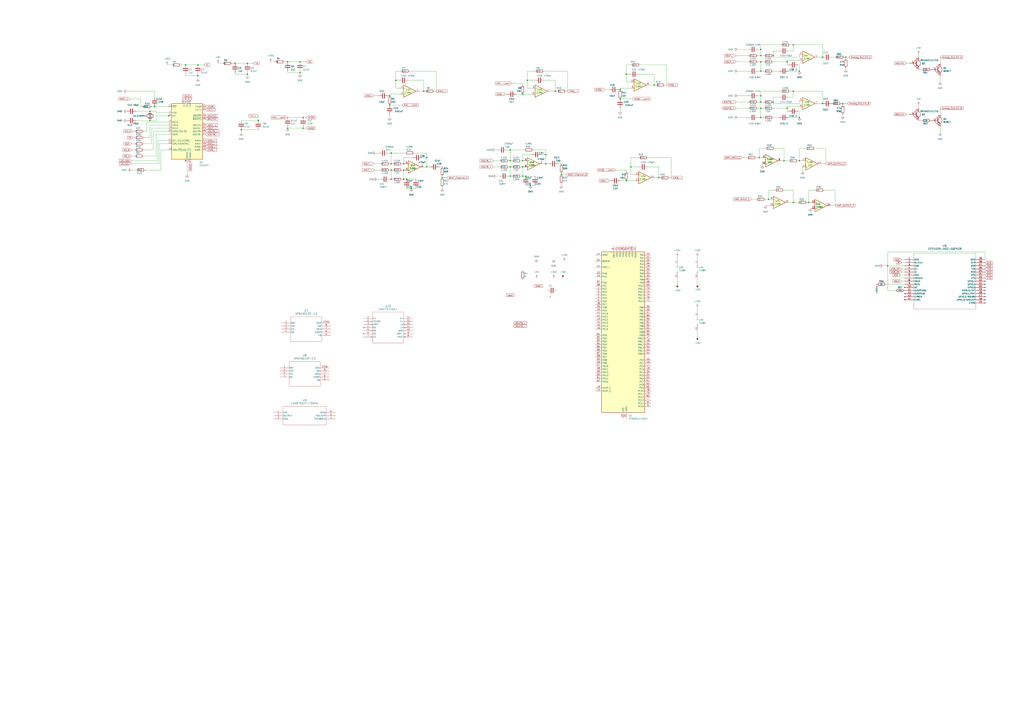
<source format=kicad_sch>
(kicad_sch (version 20230121) (generator eeschema)
  (paper "A1")
  (lib_symbols
    (symbol "Amplifier_Operational:TL084" (pin_names (offset 0.127))
      (property "Reference" "U" (at 0 5.08 0))
      (property "Value" "TL084" (at 0 -5.08 0))
      (symbol "TL084_1_1"
        (pin output line (at 7.62 0 180) (length 2.54) (name "~") (number "1"))
        (pin input line (at -7.62 -2.54 0) (length 2.54) (name "-") (number "2"))
        (pin input line (at -7.62 2.54 0) (length 2.54) (name "+") (number "3"))
      )
      (symbol "TL084_2_1"
        (pin input line (at -7.62 2.54 0) (length 2.54) (name "+") (number "5"))
        (pin input line (at -7.62 -2.54 0) (length 2.54) (name "-") (number "6"))
        (pin output line (at 7.62 0 180) (length 2.54) (name "~") (number "7"))
      )
      (symbol "TL084_3_1"
        (pin input line (at -7.62 2.54 0) (length 2.54) (name "+") (number "10"))
        (pin output line (at 7.62 0 180) (length 2.54) (name "~") (number "8"))
        (pin input line (at -7.62 -2.54 0) (length 2.54) (name "-") (number "9"))
      )
      (symbol "TL084_4_1"
        (pin input line (at -7.62 2.54 0) (length 2.54) (name "+") (number "12"))
        (pin input line (at -7.62 -2.54 0) (length 2.54) (name "-") (number "13"))
        (pin output line (at 7.62 0 180) (length 2.54) (name "~") (number "14"))
      )
      (symbol "TL084_5_1"
        (pin power_in line (at -2.54 -7.62 90) (length 3.81) (name "V-") (number "11"))
        (pin power_in line (at -2.54 7.62 270) (length 3.81) (name "V+") (number "4"))
      )
    )
    (symbol "Audio:CS4272"
      (property "Reference" "U" (at -12.7 24.13 0))
      (property "Value" "CS4272" (at 5.08 -24.13 0))
      (symbol "CS4272_1_1"
        (pin output line (at -15.24 15.24 0) (length 2.54) (name "XT0") (number "1"))
        (pin power_in line (at -2.54 25.4 270) (length 2.54) (name "VL") (number "10"))
        (pin input line (at -15.24 -7.62 0) (length 2.54) (name "SCL/CCLK(M0)") (number "11"))
        (pin bidirectional line (at -15.24 -10.16 0) (length 2.54) (name "SDA/CDIN(M1)") (number "12"))
        (pin input line (at -15.24 -15.24 0) (length 2.54) (name "AD0/~{CS}(I2S/~{LJ})") (number "13"))
        (pin input line (at -15.24 20.32 0) (length 2.54) (name "~{RST}") (number "14"))
        (pin output line (at 15.24 20.32 180) (length 2.54) (name "VCOM") (number "15"))
        (pin input line (at 15.24 -10.16 180) (length 2.54) (name "AINA-") (number "16"))
        (pin input line (at 15.24 -7.62 180) (length 2.54) (name "AINA+") (number "17"))
        (pin input line (at 15.24 -12.7 180) (length 2.54) (name "AINB+") (number "18"))
        (pin input line (at 15.24 -15.24 180) (length 2.54) (name "AINB-") (number "19"))
        (pin input line (at -15.24 12.7 0) (length 2.54) (name "XTI") (number "2"))
        (pin power_in line (at 2.54 25.4 270) (length 2.54) (name "VA") (number "20"))
        (pin power_in line (at 2.54 -25.4 90) (length 2.54) (name "AGND") (number "21"))
        (pin output line (at 15.24 17.78 180) (length 2.54) (name "FILT+") (number "22"))
        (pin output line (at 15.24 12.7 180) (length 2.54) (name "~{AMUTEC}") (number "23"))
        (pin output line (at 15.24 2.54 180) (length 2.54) (name "AOUTA-") (number "24"))
        (pin output line (at 15.24 5.08 180) (length 2.54) (name "AOUTA+") (number "25"))
        (pin output line (at 15.24 0 180) (length 2.54) (name "AOUTB+") (number "26"))
        (pin output line (at 15.24 -2.54 180) (length 2.54) (name "AOUTB-") (number "27"))
        (pin output line (at 15.24 10.16 180) (length 2.54) (name "~{BMUTEC}") (number "28"))
        (pin bidirectional line (at -15.24 7.62 0) (length 2.54) (name "MCLK") (number "3"))
        (pin bidirectional line (at -15.24 5.08 0) (length 2.54) (name "LRCK") (number "4"))
        (pin bidirectional line (at -15.24 2.54 0) (length 2.54) (name "SCLK") (number "5"))
        (pin output line (at -15.24 0 0) (length 2.54) (name "SDOUT(M/~{S})") (number "6"))
        (pin input line (at -15.24 -2.54 0) (length 2.54) (name "SDIN") (number "7"))
        (pin power_in line (at 0 -25.4 90) (length 2.54) (name "DGND") (number "8"))
        (pin power_in line (at 0 25.4 270) (length 2.54) (name "VD") (number "9"))
      )
    )
    (symbol "Device:C" (pin_numbers hide) (pin_names (offset 0.254))
      (property "Reference" "C" (at 0.635 2.54 0))
      (property "Value" "C" (at 0.635 -2.54 0))
      (symbol "C_1_1"
        (pin passive line (at 0 3.81 270) (length 2.794) (name "~") (number "1"))
        (pin passive line (at 0 -3.81 90) (length 2.794) (name "~") (number "2"))
      )
    )
    (symbol "Device:Crystal" (pin_numbers hide) (pin_names (offset 1.016) hide)
      (property "Reference" "Y" (at 0 3.81 0))
      (property "Value" "Crystal" (at 0 -3.81 0))
      (symbol "Crystal_1_1"
        (pin passive line (at -3.81 0 0) (length 1.27) (name "1") (number "1"))
        (pin passive line (at 3.81 0 180) (length 1.27) (name "2") (number "2"))
      )
    )
    (symbol "Device:Q_NPN_BCE" (pin_names (offset 0) hide)
      (property "Reference" "Q" (at 5.08 1.27 0))
      (property "Value" "Q_NPN_BCE" (at 5.08 -1.27 0))
      (symbol "Q_NPN_BCE_1_1"
        (pin input line (at -5.08 0 0) (length 5.715) (name "B") (number "1"))
        (pin passive line (at 2.54 5.08 270) (length 2.54) (name "C") (number "2"))
        (pin passive line (at 2.54 -5.08 90) (length 2.54) (name "E") (number "3"))
      )
    )
    (symbol "Device:R" (pin_numbers hide) (pin_names (offset 0))
      (property "Reference" "R" (at 2.032 0 90))
      (property "Value" "R" (at 0 0 90))
      (symbol "R_1_1"
        (pin passive line (at 0 3.81 270) (length 1.27) (name "~") (number "1"))
        (pin passive line (at 0 -3.81 90) (length 1.27) (name "~") (number "2"))
      )
    )
    (symbol "MCU_ST_STM32F4:STM32F417VGTx"
      (property "Reference" "U" (at -17.78 67.31 0))
      (property "Value" "STM32F417VGTx" (at 12.7 67.31 0))
      (symbol "STM32F417VGTx_1_1"
        (pin bidirectional line (at -22.86 35.56 0) (length 5.08) (name "PE2") (number "1"))
        (pin power_in line (at 0 -71.12 90) (length 5.08) (name "VSS") (number "10"))
        (pin power_in line (at 7.62 71.12 270) (length 5.08) (name "VDD") (number "100"))
        (pin power_in line (at -5.08 71.12 270) (length 5.08) (name "VDD") (number "11"))
        (pin bidirectional line (at -22.86 48.26 0) (length 5.08) (name "PH0") (number "12"))
        (pin bidirectional line (at -22.86 45.72 0) (length 5.08) (name "PH1") (number "13"))
        (pin input line (at -22.86 63.5 0) (length 5.08) (name "NRST") (number "14"))
        (pin bidirectional line (at 22.86 -22.86 180) (length 5.08) (name "PC0") (number "15"))
        (pin bidirectional line (at 22.86 -25.4 180) (length 5.08) (name "PC1") (number "16"))
        (pin bidirectional line (at 22.86 -27.94 180) (length 5.08) (name "PC2") (number "17"))
        (pin bidirectional line (at 22.86 -30.48 180) (length 5.08) (name "PC3") (number "18"))
        (pin power_in line (at -2.54 71.12 270) (length 5.08) (name "VDD") (number "19"))
        (pin bidirectional line (at -22.86 33.02 0) (length 5.08) (name "PE3") (number "2"))
        (pin power_in line (at 2.54 -71.12 90) (length 5.08) (name "VSSA") (number "20"))
        (pin input line (at -22.86 53.34 0) (length 5.08) (name "VREF+") (number "21"))
        (pin power_in line (at 10.16 71.12 270) (length 5.08) (name "VDDA") (number "22"))
        (pin bidirectional line (at 22.86 63.5 180) (length 5.08) (name "PA0") (number "23"))
        (pin bidirectional line (at 22.86 60.96 180) (length 5.08) (name "PA1") (number "24"))
        (pin bidirectional line (at 22.86 58.42 180) (length 5.08) (name "PA2") (number "25"))
        (pin bidirectional line (at 22.86 55.88 180) (length 5.08) (name "PA3") (number "26"))
        (pin passive line (at 0 -71.12 90) (length 5.08) hide (name "VSS") (number "27"))
        (pin power_in line (at 0 71.12 270) (length 5.08) (name "VDD") (number "28"))
        (pin bidirectional line (at 22.86 53.34 180) (length 5.08) (name "PA4") (number "29"))
        (pin bidirectional line (at -22.86 30.48 0) (length 5.08) (name "PE4") (number "3"))
        (pin bidirectional line (at 22.86 50.8 180) (length 5.08) (name "PA5") (number "30"))
        (pin bidirectional line (at 22.86 48.26 180) (length 5.08) (name "PA6") (number "31"))
        (pin bidirectional line (at 22.86 45.72 180) (length 5.08) (name "PA7") (number "32"))
        (pin bidirectional line (at 22.86 -33.02 180) (length 5.08) (name "PC4") (number "33"))
        (pin bidirectional line (at 22.86 -35.56 180) (length 5.08) (name "PC5") (number "34"))
        (pin bidirectional line (at 22.86 20.32 180) (length 5.08) (name "PB0") (number "35"))
        (pin bidirectional line (at 22.86 17.78 180) (length 5.08) (name "PB1") (number "36"))
        (pin bidirectional line (at 22.86 15.24 180) (length 5.08) (name "PB2") (number "37"))
        (pin bidirectional line (at -22.86 22.86 0) (length 5.08) (name "PE7") (number "38"))
        (pin bidirectional line (at -22.86 20.32 0) (length 5.08) (name "PE8") (number "39"))
        (pin bidirectional line (at -22.86 27.94 0) (length 5.08) (name "PE5") (number "4"))
        (pin bidirectional line (at -22.86 17.78 0) (length 5.08) (name "PE9") (number "40"))
        (pin bidirectional line (at -22.86 15.24 0) (length 5.08) (name "PE10") (number "41"))
        (pin bidirectional line (at -22.86 12.7 0) (length 5.08) (name "PE11") (number "42"))
        (pin bidirectional line (at -22.86 10.16 0) (length 5.08) (name "PE12") (number "43"))
        (pin bidirectional line (at -22.86 7.62 0) (length 5.08) (name "PE13") (number "44"))
        (pin bidirectional line (at -22.86 5.08 0) (length 5.08) (name "PE14") (number "45"))
        (pin bidirectional line (at -22.86 2.54 0) (length 5.08) (name "PE15") (number "46"))
        (pin bidirectional line (at 22.86 -5.08 180) (length 5.08) (name "PB10") (number "47"))
        (pin bidirectional line (at 22.86 -7.62 180) (length 5.08) (name "PB11") (number "48"))
        (pin power_out line (at -22.86 -45.72 0) (length 5.08) (name "VCAP_1") (number "49"))
        (pin bidirectional line (at -22.86 25.4 0) (length 5.08) (name "PE6") (number "5"))
        (pin power_in line (at 2.54 71.12 270) (length 5.08) (name "VDD") (number "50"))
        (pin bidirectional line (at 22.86 -10.16 180) (length 5.08) (name "PB12") (number "51"))
        (pin bidirectional line (at 22.86 -12.7 180) (length 5.08) (name "PB13") (number "52"))
        (pin bidirectional line (at 22.86 -15.24 180) (length 5.08) (name "PB14") (number "53"))
        (pin bidirectional line (at 22.86 -17.78 180) (length 5.08) (name "PB15") (number "54"))
        (pin bidirectional line (at -22.86 -22.86 0) (length 5.08) (name "PD8") (number "55"))
        (pin bidirectional line (at -22.86 -25.4 0) (length 5.08) (name "PD9") (number "56"))
        (pin bidirectional line (at -22.86 -27.94 0) (length 5.08) (name "PD10") (number "57"))
        (pin bidirectional line (at -22.86 -30.48 0) (length 5.08) (name "PD11") (number "58"))
        (pin bidirectional line (at -22.86 -33.02 0) (length 5.08) (name "PD12") (number "59"))
        (pin power_in line (at -7.62 71.12 270) (length 5.08) (name "VBAT") (number "6"))
        (pin bidirectional line (at -22.86 -35.56 0) (length 5.08) (name "PD13") (number "60"))
        (pin bidirectional line (at -22.86 -38.1 0) (length 5.08) (name "PD14") (number "61"))
        (pin bidirectional line (at -22.86 -40.64 0) (length 5.08) (name "PD15") (number "62"))
        (pin bidirectional line (at 22.86 -38.1 180) (length 5.08) (name "PC6") (number "63"))
        (pin bidirectional line (at 22.86 -40.64 180) (length 5.08) (name "PC7") (number "64"))
        (pin bidirectional line (at 22.86 -43.18 180) (length 5.08) (name "PC8") (number "65"))
        (pin bidirectional line (at 22.86 -45.72 180) (length 5.08) (name "PC9") (number "66"))
        (pin bidirectional line (at 22.86 43.18 180) (length 5.08) (name "PA8") (number "67"))
        (pin bidirectional line (at 22.86 40.64 180) (length 5.08) (name "PA9") (number "68"))
        (pin bidirectional line (at 22.86 38.1 180) (length 5.08) (name "PA10") (number "69"))
        (pin bidirectional line (at 22.86 -55.88 180) (length 5.08) (name "PC13") (number "7"))
        (pin bidirectional line (at 22.86 35.56 180) (length 5.08) (name "PA11") (number "70"))
        (pin bidirectional line (at 22.86 33.02 180) (length 5.08) (name "PA12") (number "71"))
        (pin bidirectional line (at 22.86 30.48 180) (length 5.08) (name "PA13") (number "72"))
        (pin power_out line (at -22.86 -48.26 0) (length 5.08) (name "VCAP_2") (number "73"))
        (pin passive line (at 0 -71.12 90) (length 5.08) hide (name "VSS") (number "74"))
        (pin power_in line (at 5.08 71.12 270) (length 5.08) (name "VDD") (number "75"))
        (pin bidirectional line (at 22.86 27.94 180) (length 5.08) (name "PA14") (number "76"))
        (pin bidirectional line (at 22.86 25.4 180) (length 5.08) (name "PA15") (number "77"))
        (pin bidirectional line (at 22.86 -48.26 180) (length 5.08) (name "PC10") (number "78"))
        (pin bidirectional line (at 22.86 -50.8 180) (length 5.08) (name "PC11") (number "79"))
        (pin bidirectional line (at 22.86 -58.42 180) (length 5.08) (name "PC14") (number "8"))
        (pin bidirectional line (at 22.86 -53.34 180) (length 5.08) (name "PC12") (number "80"))
        (pin bidirectional line (at -22.86 -2.54 0) (length 5.08) (name "PD0") (number "81"))
        (pin bidirectional line (at -22.86 -5.08 0) (length 5.08) (name "PD1") (number "82"))
        (pin bidirectional line (at -22.86 -7.62 0) (length 5.08) (name "PD2") (number "83"))
        (pin bidirectional line (at -22.86 -10.16 0) (length 5.08) (name "PD3") (number "84"))
        (pin bidirectional line (at -22.86 -12.7 0) (length 5.08) (name "PD4") (number "85"))
        (pin bidirectional line (at -22.86 -15.24 0) (length 5.08) (name "PD5") (number "86"))
        (pin bidirectional line (at -22.86 -17.78 0) (length 5.08) (name "PD6") (number "87"))
        (pin bidirectional line (at -22.86 -20.32 0) (length 5.08) (name "PD7") (number "88"))
        (pin bidirectional line (at 22.86 12.7 180) (length 5.08) (name "PB3") (number "89"))
        (pin bidirectional line (at 22.86 -60.96 180) (length 5.08) (name "PC15") (number "9"))
        (pin bidirectional line (at 22.86 10.16 180) (length 5.08) (name "PB4") (number "90"))
        (pin bidirectional line (at 22.86 7.62 180) (length 5.08) (name "PB5") (number "91"))
        (pin bidirectional line (at 22.86 5.08 180) (length 5.08) (name "PB6") (number "92"))
        (pin bidirectional line (at 22.86 2.54 180) (length 5.08) (name "PB7") (number "93"))
        (pin input line (at -22.86 58.42 0) (length 5.08) (name "BOOT0") (number "94"))
        (pin bidirectional line (at 22.86 0 180) (length 5.08) (name "PB8") (number "95"))
        (pin bidirectional line (at 22.86 -2.54 180) (length 5.08) (name "PB9") (number "96"))
        (pin bidirectional line (at -22.86 40.64 0) (length 5.08) (name "PE0") (number "97"))
        (pin bidirectional line (at -22.86 38.1 0) (length 5.08) (name "PE1") (number "98"))
        (pin passive line (at 0 -71.12 90) (length 5.08) hide (name "VSS") (number "99"))
      )
    )
    (symbol "Transistor_BJT:BC817" (pin_names (offset 0) hide)
      (property "Reference" "Q" (at 5.08 1.905 0))
      (property "Value" "BC817" (at 5.08 0 0))
      (symbol "BC817_1_1"
        (pin input line (at -5.08 0 0) (length 5.715) (name "B") (number "1"))
        (pin passive line (at 2.54 -5.08 90) (length 2.54) (name "E") (number "2"))
        (pin passive line (at 2.54 5.08 270) (length 2.54) (name "C") (number "3"))
      )
    )
    (symbol "library:AP64501SP-13" (pin_names (offset 0.254))
      (property "Reference" "U" (at 20.32 10.16 0))
      (property "Value" "AP64501SP-13" (at 20.32 7.62 0))
      (symbol "AP64501SP-13_0_1"
        (pin power_in line (at 0 0 0) (length 7.62) (name "BST") (number "1"))
        (pin power_in line (at 0 -2.54 0) (length 7.62) (name "VIN") (number "2"))
        (pin input line (at 0 -5.08 0) (length 7.62) (name "EN") (number "3"))
        (pin input line (at 0 -7.62 0) (length 7.62) (name "SS") (number "4"))
        (pin input line (at 40.64 -10.16 180) (length 7.62) (name "FB") (number "5"))
        (pin unspecified line (at 40.64 -7.62 180) (length 7.62) (name "COMP") (number "6"))
        (pin power_out line (at 40.64 -5.08 180) (length 7.62) (name "GND") (number "7"))
        (pin output line (at 40.64 -2.54 180) (length 7.62) (name "SW") (number "8"))
        (pin power_out line (at 40.64 0 180) (length 7.62) (name "GND") (number "EPAD"))
      )
    )
    (symbol "library:CP2102N-A02-GQFN28" (pin_names (offset 0.254))
      (property "Reference" "U" (at 33.02 10.16 0))
      (property "Value" "CP2102N-A02-GQFN28" (at 33.02 7.62 0))
      (symbol "CP2102N-A02-GQFN28_0_1"
        (pin input line (at 0 0 0) (length 7.62) (name "DCD") (number "1"))
        (pin no_connect line (at 0 -22.86 0) (length 7.62) (name "NC") (number "10"))
        (pin output line (at 0 -25.4 0) (length 7.62) (name "SUSPENDb") (number "11"))
        (pin output line (at 0 -27.94 0) (length 7.62) (name "SUSPEND") (number "12"))
        (pin output line (at 0 -30.48 0) (length 7.62) (name "CHREN") (number "13"))
        (pin output line (at 0 -33.02 0) (length 7.62) (name "CHR1") (number "14"))
        (pin output line (at 66.04 -35.56 180) (length 7.62) (name "CHR0") (number "15"))
        (pin bidirectional line (at 66.04 -33.02 180) (length 7.62) (name "GPIO.3/WAKEUP") (number "16"))
        (pin bidirectional line (at 66.04 -30.48 180) (length 7.62) (name "GPIO.2/RS485") (number "17"))
        (pin bidirectional line (at 66.04 -27.94 180) (length 7.62) (name "GPIO.1/RXT") (number "18"))
        (pin bidirectional line (at 66.04 -25.4 180) (length 7.62) (name "GPIO.0/TXT") (number "19"))
        (pin bidirectional line (at 0 -2.54 0) (length 7.62) (name "RI/CLK") (number "2"))
        (pin bidirectional line (at 66.04 -22.86 180) (length 7.62) (name "GPIO.6") (number "20"))
        (pin bidirectional line (at 66.04 -20.32 180) (length 7.62) (name "GPIO.5") (number "21"))
        (pin bidirectional line (at 66.04 -17.78 180) (length 7.62) (name "GPIO.4") (number "22"))
        (pin input line (at 66.04 -15.24 180) (length 7.62) (name "CTS") (number "23"))
        (pin output line (at 66.04 -12.7 180) (length 7.62) (name "RTS") (number "24"))
        (pin input line (at 66.04 -10.16 180) (length 7.62) (name "RXD") (number "25"))
        (pin output line (at 66.04 -7.62 180) (length 7.62) (name "TXD") (number "26"))
        (pin input line (at 66.04 -5.08 180) (length 7.62) (name "DSR") (number "27"))
        (pin output line (at 66.04 -2.54 180) (length 7.62) (name "DTR") (number "28"))
        (pin power_out line (at 66.04 0 180) (length 7.62) (name "GND") (number "29"))
        (pin power_out line (at 0 -5.08 0) (length 7.62) (name "GND") (number "3"))
        (pin input line (at 0 -7.62 0) (length 7.62) (name "D+") (number "4"))
        (pin input line (at 0 -10.16 0) (length 7.62) (name "D-") (number "5"))
        (pin power_in line (at 0 -12.7 0) (length 7.62) (name "VDD") (number "6"))
        (pin power_in line (at 0 -15.24 0) (length 7.62) (name "VREGIN") (number "7"))
        (pin input line (at 0 -17.78 0) (length 7.62) (name "VBUS") (number "8"))
        (pin unspecified line (at 0 -20.32 0) (length 7.62) (name "RSTb") (number "9"))
      )
    )
    (symbol "library:LM2575D2T-15R4G" (pin_names (offset 0.254))
      (property "Reference" "U" (at 25.4 10.16 0))
      (property "Value" "LM2575D2T-15R4G" (at 25.4 7.62 0))
      (symbol "LM2575D2T-15R4G_0_1"
        (pin input line (at 0 0 0) (length 7.62) (name "VIN") (number "1"))
        (pin output line (at 0 -2.54 0) (length 7.62) (name "OUTPUT") (number "2"))
        (pin power_in line (at 0 -5.08 0) (length 7.62) (name "GND") (number "3"))
        (pin output line (at 50.8 -5.08 180) (length 7.62) (name "FEEDBACK") (number "4"))
        (pin input line (at 50.8 -2.54 180) (length 7.62) (name "*ON/OFF") (number "5"))
        (pin unspecified line (at 50.8 0 180) (length 7.62) (name "EPAD") (number "6"))
      )
    )
    (symbol "library:max737cpd+" (pin_names (offset 0.254))
      (property "Reference" "U" (at 20.32 10.16 0))
      (property "Value" "max737cpd+" (at 20.32 7.62 0))
      (symbol "max737cpd+_0_1"
        (pin power_in line (at 0 0 0) (length 7.62) (name "V+") (number "1"))
        (pin power_in line (at 40.64 -10.16 180) (length 7.62) (name "GND") (number "10"))
        (pin output line (at 40.64 -7.62 180) (length 7.62) (name "LX") (number "11"))
        (pin output line (at 40.64 -5.08 180) (length 7.62) (name "LX") (number "12"))
        (pin power_in line (at 40.64 -2.54 180) (length 7.62) (name "V+") (number "13"))
        (pin power_in line (at 40.64 0 180) (length 7.62) (name "V+") (number "14"))
        (pin input line (at 0 -2.54 0) (length 7.62) (name "*SHDN") (number "2"))
        (pin output line (at 0 -5.08 0) (length 7.62) (name "VREF") (number "3"))
        (pin no_connect line (at 0 -7.62 0) (length 7.62) (name "NC") (number "4"))
        (pin input line (at 0 -10.16 0) (length 7.62) (name "SS") (number "5"))
        (pin no_connect line (at 0 -12.7 0) (length 7.62) (name "NC") (number "6"))
        (pin input line (at 0 -15.24 0) (length 7.62) (name "CC") (number "7"))
        (pin input line (at 40.64 -15.24 180) (length 7.62) (name "VOUT") (number "8"))
        (pin input line (at 40.64 -12.7 180) (length 7.62) (name "DRV-") (number "9"))
      )
    )
    (symbol "power:+15V" (power) (pin_names (offset 0))
      (property "Value" "+15V" (at 0 3.556 0))
      (symbol "+15V_1_1"
        (pin power_in line (at 0 0 90) (length 0) hide (name "+15V") (number "1"))
      )
    )
    (symbol "power:+3V3" (power) (pin_names (offset 0))
      (property "Value" "+3V3" (at 0 3.556 0))
      (symbol "+3V3_1_1"
        (pin power_in line (at 0 0 90) (length 0) hide (name "+3V3") (number "1"))
      )
    )
    (symbol "power:+5V" (power) (pin_names (offset 0))
      (property "Value" "+5V" (at 0 3.556 0))
      (symbol "+5V_1_1"
        (pin power_in line (at 0 0 90) (length 0) hide (name "+5V") (number "1"))
      )
    )
    (symbol "power:-15V" (power) (pin_names (offset 0))
      (property "Value" "-15V" (at 0 3.81 0))
      (symbol "-15V_0_0"
        (pin power_in line (at 0 0 90) (length 0) hide (name "-15V") (number "1"))
      )
    )
    (symbol "power:GND" (power) (pin_names (offset 0))
      (property "Value" "GND" (at 0 -3.81 0))
      (symbol "GND_1_1"
        (pin power_in line (at 0 0 270) (length 0) hide (name "GND") (number "1"))
      )
    )
  )
  (junction (at 728.98 218.44))
  (junction (at 331.47 139.7))
  (junction (at 624.84 88.9))
  (junction (at 337.82 154.94))
  (junction (at 675.64 46.99))
  (junction (at 694.69 46.99))
  (junction (at 246.38 59.69))
  (junction (at 203.2 52.07))
  (junction (at 321.31 139.7))
  (junction (at 350.52 137.16))
  (junction (at 320.04 78.74))
  (junction (at 651.51 74.93))
  (junction (at 651.51 36.83))
  (junction (at 624.84 40.64))
  (junction (at 624.84 58.42))
  (junction (at 461.01 143.51))
  (junction (at 321.31 125.73))
  (junction (at 350.52 129.54))
  (junction (at 419.1 132.08))
  (junction (at 624.84 45.72))
  (junction (at 541.02 146.05))
  (junction (at 123.19 91.44))
  (junction (at 635 45.72))
  (junction (at 138.43 95.25))
  (junction (at 509.27 81.28))
  (junction (at 537.21 69.85))
  (junction (at 429.26 132.08))
  (junction (at 448.31 134.62))
  (junction (at 212.09 99.06))
  (junction (at 419.1 123.19))
  (junction (at 429.26 144.78))
  (junction (at 347.98 74.93))
  (junction (at 248.92 105.41))
  (junction (at 624.84 96.52))
  (junction (at 321.31 147.32))
  (junction (at 429.26 77.47))
  (junction (at 646.43 50.8))
  (junction (at 514.35 148.59))
  (junction (at 433.07 66.04))
  (junction (at 624.84 78.74))
  (junction (at 162.56 53.34))
  (junction (at 656.59 96.52))
  (junction (at 692.15 85.09))
  (junction (at 431.8 144.78))
  (junction (at 236.22 50.8))
  (junction (at 320.04 86.36))
  (junction (at 623.57 129.54))
  (junction (at 675.64 85.09))
  (junction (at 624.84 50.8))
  (junction (at 325.12 66.04))
  (junction (at 236.22 105.41))
  (junction (at 664.21 166.37))
  (junction (at 651.51 166.37))
  (junction (at 631.19 163.83))
  (junction (at 635 83.82))
  (junction (at 203.2 60.96))
  (junction (at 321.31 134.62))
  (junction (at 331.47 134.62))
  (junction (at 248.92 96.52))
  (junction (at 152.4 53.34))
  (junction (at 646.43 88.9))
  (junction (at 448.31 127))
  (junction (at 334.01 147.32))
  (junction (at 656.59 58.42))
  (junction (at 624.84 83.82))
  (junction (at 509.27 73.66))
  (junction (at 435.61 152.4))
  (junction (at 656.59 132.08))
  (junction (at 643.89 132.08))
  (junction (at 419.1 144.78))
  (junction (at 162.56 62.23))
  (junction (at 429.26 137.16))
  (junction (at 127 87.63))
  (junction (at 246.38 50.8))
  (junction (at 193.04 52.07))
  (junction (at 331.47 147.32))
  (junction (at 198.12 106.68))
  (junction (at 123.19 99.06))
  (junction (at 363.22 146.05))
  (junction (at 514.35 60.96))
  (junction (at 419.1 137.16))
  (junction (at 518.16 137.16))
  (junction (at 455.93 74.93))
  (no_connect (at 742.95 246.38))
  (no_connect (at 808.99 248.92))
  (no_connect (at 808.99 246.38))
  (no_connect (at 808.99 231.14))
  (no_connect (at 742.95 243.84))
  (no_connect (at 808.99 241.3))
  (no_connect (at 808.99 238.76))
  (no_connect (at 808.99 243.84))
  (no_connect (at 808.99 233.68))
  (no_connect (at 808.99 236.22))
  (no_connect (at 742.95 241.3))
  (wire (pts (xy 643.89 121.92) (xy 643.89 132.08)))
  (wire (pts (xy 622.3 58.42) (xy 624.84 58.42)))
  (wire (pts (xy 466.09 58.42) (xy 466.09 74.93)))
  (wire (pts (xy 334.01 154.94) (xy 337.82 154.94)))
  (wire (pts (xy 772.16 104.14) (xy 772.16 109.22)))
  (wire (pts (xy 537.21 146.05) (xy 541.02 146.05)))
  (wire (pts (xy 111.76 91.44) (xy 123.19 91.44)))
  (wire (pts (xy 222.25 50.8) (xy 226.06 50.8)))
  (wire (pts (xy 622.3 83.82) (xy 624.84 83.82)))
  (wire (pts (xy 358.14 58.42) (xy 358.14 74.93)))
  (wire (pts (xy 152.4 62.23) (xy 162.56 62.23)))
  (wire (pts (xy 621.03 129.54) (xy 623.57 129.54)))
  (wire (pts (xy 518.16 72.39) (xy 509.27 72.39)))
  (wire (pts (xy 551.18 129.54) (xy 551.18 146.05)))
  (wire (pts (xy 127 87.63) (xy 138.43 87.63)))
  (wire (pts (xy 461.01 134.62) (xy 458.47 134.62)))
  (wire (pts (xy 671.83 46.99) (xy 675.64 46.99)))
  (wire (pts (xy 605.79 40.64) (xy 614.68 40.64)))
  (wire (pts (xy 685.8 168.91) (xy 685.8 156.21)))
  (wire (pts (xy 666.75 171.45) (xy 665.48 171.45)))
  (wire (pts (xy 604.52 50.8) (xy 614.68 50.8)))
  (wire (pts (xy 128.27 95.25) (xy 138.43 95.25)))
  (wire (pts (xy 655.32 132.08) (xy 656.59 132.08)))
  (wire (pts (xy 656.59 46.99) (xy 635 46.99)))
  (wire (pts (xy 605.79 78.74) (xy 614.68 78.74)))
  (wire (pts (xy 740.41 220.98) (xy 742.95 220.98)))
  (wire (pts (xy 406.4 123.19) (xy 408.94 123.19)))
  (wire (pts (xy 694.69 46.99) (xy 697.23 46.99)))
  (wire (pts (xy 236.22 96.52) (xy 248.92 96.52)))
  (wire (pts (xy 628.65 168.91) (xy 632.46 168.91)))
  (wire (pts (xy 455.93 66.04) (xy 455.93 74.93)))
  (wire (pts (xy 424.18 77.47) (xy 429.26 77.47)))
  (wire (pts (xy 509.27 148.59) (xy 514.35 148.59)))
  (wire (pts (xy 740.41 223.52) (xy 742.95 223.52)))
  (wire (pts (xy 405.13 132.08) (xy 410.21 132.08)))
  (wire (pts (xy 631.19 156.21) (xy 631.19 163.83)))
  (wire (pts (xy 321.31 125.73) (xy 321.31 134.62)))
  (wire (pts (xy 309.88 147.32) (xy 312.42 147.32)))
  (wire (pts (xy 431.8 144.78) (xy 429.26 144.78)))
  (wire (pts (xy 419.1 123.19) (xy 430.53 123.19)))
  (wire (pts (xy 436.88 77.47) (xy 429.26 77.47)))
  (wire (pts (xy 138.43 95.25) (xy 139.7 95.25)))
  (wire (pts (xy 521.97 148.59) (xy 514.35 148.59)))
  (wire (pts (xy 344.17 74.93) (xy 347.98 74.93)))
  (wire (pts (xy 125.73 107.95) (xy 138.43 107.95)))
  (wire (pts (xy 330.2 134.62) (xy 331.47 134.62)))
  (wire (pts (xy 115.57 81.28) (xy 115.57 87.63)))
  (wire (pts (xy 246.38 50.8) (xy 236.22 50.8)))
  (wire (pts (xy 321.31 139.7) (xy 322.58 139.7)))
  (wire (pts (xy 350.52 129.54) (xy 350.52 137.16)))
  (wire (pts (xy 107.95 128.27) (xy 110.49 128.27)))
  (wire (pts (xy 514.35 67.31) (xy 514.35 60.96)))
  (wire (pts (xy 127 80.01) (xy 127 74.93)))
  (wire (pts (xy 363.22 144.78) (xy 363.22 146.05)))
  (wire (pts (xy 532.13 129.54) (xy 551.18 129.54)))
  (wire (pts (xy 107.95 123.19) (xy 110.49 123.19)))
  (wire (pts (xy 132.08 123.19) (xy 138.43 123.19)))
  (wire (pts (xy 624.84 50.8) (xy 627.38 50.8)))
  (wire (pts (xy 439.42 58.42) (xy 433.07 58.42)))
  (wire (pts (xy 604.52 88.9) (xy 614.68 88.9)))
  (wire (pts (xy 509.27 91.44) (xy 509.27 88.9)))
  (wire (pts (xy 452.12 74.93) (xy 455.93 74.93)))
  (wire (pts (xy 635 41.91) (xy 640.08 41.91)))
  (wire (pts (xy 622.3 40.64) (xy 624.84 40.64)))
  (wire (pts (xy 651.51 41.91) (xy 651.51 36.83)))
  (wire (pts (xy 448.31 123.19) (xy 448.31 127)))
  (wire (pts (xy 808.99 207.01) (xy 728.98 207.01)))
  (wire (pts (xy 692.15 85.09) (xy 695.96 85.09)))
  (wire (pts (xy 675.64 74.93) (xy 675.64 85.09)))
  (wire (pts (xy 739.14 226.06) (xy 739.14 228.6)))
  (wire (pts (xy 651.51 74.93) (xy 675.64 74.93)))
  (wire (pts (xy 735.33 238.76) (xy 728.98 238.76)))
  (wire (pts (xy 754.38 57.15) (xy 756.92 57.15)))
  (wire (pts (xy 514.35 53.34) (xy 514.35 60.96)))
  (wire (pts (xy 651.51 166.37) (xy 647.7 166.37)))
  (wire (pts (xy 647.7 80.01) (xy 651.51 80.01)))
  (wire (pts (xy 655.32 166.37) (xy 651.51 166.37)))
  (wire (pts (xy 123.19 102.87) (xy 138.43 102.87)))
  (wire (pts (xy 656.59 85.09) (xy 635 85.09)))
  (wire (pts (xy 518.16 129.54) (xy 518.16 137.16)))
  (wire (pts (xy 107.95 118.11) (xy 110.49 118.11)))
  (wire (pts (xy 328.93 72.39) (xy 325.12 72.39)))
  (wire (pts (xy 635 96.52) (xy 640.08 96.52)))
  (wire (pts (xy 347.98 137.16) (xy 350.52 137.16)))
  (wire (pts (xy 429.26 127) (xy 429.26 132.08)))
  (wire (pts (xy 236.22 50.8) (xy 233.68 50.8)))
  (wire (pts (xy 331.47 147.32) (xy 330.2 147.32)))
  (wire (pts (xy 417.83 144.78) (xy 419.1 144.78)))
  (wire (pts (xy 325.12 72.39) (xy 325.12 66.04)))
  (wire (pts (xy 524.51 129.54) (xy 518.16 129.54)))
  (wire (pts (xy 648.97 74.93) (xy 651.51 74.93)))
  (wire (pts (xy 656.59 91.44) (xy 655.32 91.44)))
  (wire (pts (xy 347.98 66.04) (xy 347.98 74.93)))
  (wire (pts (xy 518.16 53.34) (xy 514.35 53.34)))
  (wire (pts (xy 104.14 74.93) (xy 127 74.93)))
  (wire (pts (xy 123.19 113.03) (xy 123.19 102.87)))
  (wire (pts (xy 128.27 110.49) (xy 138.43 110.49)))
  (wire (pts (xy 742.95 228.6) (xy 739.14 228.6)))
  (wire (pts (xy 436.88 127) (xy 429.26 127)))
  (wire (pts (xy 617.22 163.83) (xy 621.03 163.83)))
  (wire (pts (xy 119.38 139.7) (xy 132.08 139.7)))
  (wire (pts (xy 347.98 74.93) (xy 349.25 74.93)))
  (wire (pts (xy 405.13 137.16) (xy 410.21 137.16)))
  (wire (pts (xy 671.83 85.09) (xy 675.64 85.09)))
  (wire (pts (xy 669.29 121.92) (xy 678.18 121.92)))
  (wire (pts (xy 662.94 166.37) (xy 664.21 166.37)))
  (wire (pts (xy 328.93 58.42) (xy 325.12 58.42)))
  (wire (pts (xy 321.31 125.73) (xy 332.74 125.73)))
  (wire (pts (xy 514.35 139.7) (xy 514.35 140.97)))
  (wire (pts (xy 656.59 132.08) (xy 659.13 132.08)))
  (wire (pts (xy 466.09 74.93) (xy 464.82 74.93)))
  (wire (pts (xy 246.38 59.69) (xy 246.38 58.42)))
  (wire (pts (xy 433.07 72.39) (xy 433.07 66.04)))
  (wire (pts (xy 128.27 91.44) (xy 128.27 92.71)))
  (wire (pts (xy 193.04 52.07) (xy 190.5 52.07)))
  (wire (pts (xy 727.71 233.68) (xy 742.95 233.68)))
  (wire (pts (xy 123.19 91.44) (xy 128.27 91.44)))
  (wire (pts (xy 541.02 137.16) (xy 541.02 146.05)))
  (wire (pts (xy 335.28 66.04) (xy 347.98 66.04)))
  (wire (pts (xy 320.04 134.62) (xy 321.31 134.62)))
  (wire (pts (xy 551.18 146.05) (xy 549.91 146.05)))
  (wire (pts (xy 118.11 107.95) (xy 120.65 107.95)))
  (wire (pts (xy 331.47 134.62) (xy 332.74 134.62)))
  (wire (pts (xy 651.51 156.21) (xy 651.51 166.37)))
  (wire (pts (xy 167.64 53.34) (xy 162.56 53.34)))
  (wire (pts (xy 363.22 153.67) (xy 363.22 154.94)))
  (wire (pts (xy 436.88 72.39) (xy 433.07 72.39)))
  (wire (pts (xy 664.21 166.37) (xy 666.75 166.37)))
  (wire (pts (xy 203.2 60.96) (xy 203.2 59.69)))
  (wire (pts (xy 647.7 132.08) (xy 643.89 132.08)))
  (wire (pts (xy 125.73 123.19) (xy 125.73 107.95)))
  (wire (pts (xy 461.01 143.51) (xy 464.82 143.51)))
  (wire (pts (xy 429.26 137.16) (xy 429.26 144.78)))
  (wire (pts (xy 153.67 143.51) (xy 153.67 133.35)))
  (wire (pts (xy 624.84 36.83) (xy 624.84 40.64)))
  (wire (pts (xy 754.38 99.06) (xy 756.92 99.06)))
  (wire (pts (xy 128.27 128.27) (xy 128.27 110.49)))
  (wire (pts (xy 740.41 231.14) (xy 742.95 231.14)))
  (wire (pts (xy 754.38 86.36) (xy 754.38 88.9)))
  (wire (pts (xy 110.49 113.03) (xy 109.22 113.03)))
  (wire (pts (xy 137.16 53.34) (xy 140.97 53.34)))
  (wire (pts (xy 678.18 134.62) (xy 678.18 121.92)))
  (wire (pts (xy 106.68 81.28) (xy 115.57 81.28)))
  (wire (pts (xy 248.92 96.52) (xy 251.46 96.52)))
  (wire (pts (xy 419.1 132.08) (xy 420.37 132.08)))
  (wire (pts (xy 635 83.82) (xy 635 80.01)))
  (wire (pts (xy 635 80.01) (xy 640.08 80.01)))
  (wire (pts (xy 524.51 60.96) (xy 537.21 60.96)))
  (wire (pts (xy 321.31 147.32) (xy 322.58 147.32)))
  (wire (pts (xy 331.47 129.54) (xy 331.47 134.62)))
  (wire (pts (xy 646.43 87.63) (xy 646.43 88.9)))
  (wire (pts (xy 152.4 53.34) (xy 148.59 53.34)))
  (wire (pts (xy 118.11 128.27) (xy 128.27 128.27)))
  (wire (pts (xy 605.79 58.42) (xy 614.68 58.42)))
  (wire (pts (xy 744.22 52.07) (xy 746.76 52.07)))
  (wire (pts (xy 533.4 69.85) (xy 537.21 69.85)))
  (wire (pts (xy 622.3 50.8) (xy 624.84 50.8)))
  (wire (pts (xy 646.43 53.34) (xy 646.43 50.8)))
  (wire (pts (xy 331.47 139.7) (xy 332.74 139.7)))
  (wire (pts (xy 118.11 118.11) (xy 124.46 118.11)))
  (wire (pts (xy 307.34 78.74) (xy 311.15 78.74)))
  (wire (pts (xy 693.42 46.99) (xy 694.69 46.99)))
  (wire (pts (xy 334.01 147.32) (xy 331.47 147.32)))
  (wire (pts (xy 641.35 74.93) (xy 624.84 74.93)))
  (wire (pts (xy 203.2 52.07) (xy 193.04 52.07)))
  (wire (pts (xy 179.07 52.07) (xy 182.88 52.07)))
  (wire (pts (xy 631.19 163.83) (xy 632.46 163.83)))
  (wire (pts (xy 325.12 66.04) (xy 327.66 66.04)))
  (wire (pts (xy 417.83 132.08) (xy 419.1 132.08)))
  (wire (pts (xy 624.84 96.52) (xy 627.38 96.52)))
  (wire (pts (xy 674.37 134.62) (xy 678.18 134.62)))
  (wire (pts (xy 433.07 58.42) (xy 433.07 66.04)))
  (wire (pts (xy 363.22 137.16) (xy 360.68 137.16)))
  (wire (pts (xy 628.65 163.83) (xy 631.19 163.83)))
  (wire (pts (xy 415.29 77.47) (xy 416.56 77.47)))
  (wire (pts (xy 675.64 36.83) (xy 675.64 46.99)))
  (wire (pts (xy 111.76 99.06) (xy 123.19 99.06)))
  (wire (pts (xy 692.15 85.09) (xy 692.15 86.36)))
  (wire (pts (xy 651.51 36.83) (xy 648.97 36.83)))
  (wire (pts (xy 431.8 144.78) (xy 439.42 144.78)))
  (wire (pts (xy 334.01 147.32) (xy 341.63 147.32)))
  (wire (pts (xy 683.26 46.99) (xy 685.8 46.99)))
  (wire (pts (xy 740.41 213.36) (xy 742.95 213.36)))
  (wire (pts (xy 532.13 137.16) (xy 541.02 137.16)))
  (wire (pts (xy 251.46 50.8) (xy 246.38 50.8)))
  (wire (pts (xy 651.51 36.83) (xy 675.64 36.83)))
  (wire (pts (xy 609.6 129.54) (xy 613.41 129.54)))
  (wire (pts (xy 152.4 60.96) (xy 152.4 62.23)))
  (wire (pts (xy 656.59 87.63) (xy 646.43 87.63)))
  (wire (pts (xy 433.07 66.04) (xy 439.42 66.04)))
  (wire (pts (xy 162.56 62.23) (xy 162.56 60.96)))
  (wire (pts (xy 518.16 137.16) (xy 524.51 137.16)))
  (wire (pts (xy 337.82 154.94) (xy 341.63 154.94)))
  (wire (pts (xy 664.21 156.21) (xy 669.29 156.21)))
  (wire (pts (xy 419.1 123.19) (xy 419.1 132.08)))
  (wire (pts (xy 572.77 252.73) (xy 572.77 256.54)))
  (wire (pts (xy 128.27 92.71) (xy 138.43 92.71)))
  (wire (pts (xy 320.04 77.47) (xy 320.04 78.74)))
  (wire (pts (xy 646.43 91.44) (xy 646.43 88.9)))
  (wire (pts (xy 448.31 134.62) (xy 450.85 134.62)))
  (wire (pts (xy 635 45.72) (xy 635 46.99)))
  (wire (pts (xy 350.52 137.16) (xy 353.06 137.16)))
  (wire (pts (xy 203.2 62.23) (xy 203.2 60.96)))
  (wire (pts (xy 208.28 52.07) (xy 203.2 52.07)))
  (wire (pts (xy 622.3 45.72) (xy 624.84 45.72)))
  (wire (pts (xy 212.09 95.25) (xy 212.09 99.06)))
  (wire (pts (xy 628.65 121.92) (xy 623.57 121.92)))
  (wire (pts (xy 318.77 125.73) (xy 321.31 125.73)))
  (wire (pts (xy 427.99 132.08) (xy 429.26 132.08)))
  (wire (pts (xy 635 58.42) (xy 640.08 58.42)))
  (wire (pts (xy 193.04 59.69) (xy 193.04 60.96)))
  (wire (pts (xy 572.77 210.82) (xy 572.77 213.36)))
  (wire (pts (xy 124.46 87.63) (xy 127 87.63)))
  (wire (pts (xy 129.54 115.57) (xy 138.43 115.57)))
  (wire (pts (xy 772.16 62.23) (xy 772.16 67.31)))
  (wire (pts (xy 728.98 207.01) (xy 728.98 218.44)))
  (wire (pts (xy 664.21 156.21) (xy 664.21 166.37)))
  (wire (pts (xy 248.92 105.41) (xy 251.46 105.41)))
  (wire (pts (xy 308.61 125.73) (xy 311.15 125.73)))
  (wire (pts (xy 808.99 213.36) (xy 808.99 207.01)))
  (wire (pts (xy 647.7 96.52) (xy 656.59 96.52)))
  (wire (pts (xy 656.59 53.34) (xy 655.32 53.34)))
  (wire (pts (xy 622.3 96.52) (xy 624.84 96.52)))
  (wire (pts (xy 123.19 99.06) (xy 128.27 99.06)))
  (wire (pts (xy 496.57 73.66) (xy 500.38 73.66)))
  (wire (pts (xy 622.3 88.9) (xy 624.84 88.9)))
  (wire (pts (xy 647.7 58.42) (xy 656.59 58.42)))
  (wire (pts (xy 307.34 139.7) (xy 312.42 139.7)))
  (wire (pts (xy 130.81 134.62) (xy 130.81 118.11)))
  (wire (pts (xy 321.31 134.62) (xy 322.58 134.62)))
  (wire (pts (xy 307.34 134.62) (xy 312.42 134.62)))
  (wire (pts (xy 124.46 118.11) (xy 124.46 105.41)))
  (wire (pts (xy 694.69 46.99) (xy 694.69 48.26)))
  (wire (pts (xy 509.27 72.39) (xy 509.27 73.66)))
  (wire (pts (xy 772.16 88.9) (xy 772.16 93.98)))
  (wire (pts (xy 656.59 53.34) (xy 656.59 58.42)))
  (wire (pts (xy 346.71 129.54) (xy 350.52 129.54)))
  (wire (pts (xy 604.52 45.72) (xy 614.68 45.72)))
  (wire (pts (xy 107.95 132.08) (xy 129.54 132.08)))
  (wire (pts (xy 500.38 148.59) (xy 501.65 148.59)))
  (wire (pts (xy 320.04 86.36) (xy 330.2 86.36)))
  (wire (pts (xy 509.27 81.28) (xy 519.43 81.28)))
  (wire (pts (xy 320.04 147.32) (xy 321.31 147.32)))
  (wire (pts (xy 236.22 59.69) (xy 246.38 59.69)))
  (wire (pts (xy 107.95 139.7) (xy 111.76 139.7)))
  (wire (pts (xy 690.88 85.09) (xy 692.15 85.09)))
  (wire (pts (xy 623.57 121.92) (xy 623.57 129.54)))
  (wire (pts (xy 725.17 218.44) (xy 728.98 218.44)))
  (wire (pts (xy 339.09 129.54) (xy 331.47 129.54)))
  (wire (pts (xy 325.12 58.42) (xy 325.12 66.04)))
  (wire (pts (xy 128.27 99.06) (xy 128.27 95.25)))
  (wire (pts (xy 198.12 106.68) (xy 198.12 109.22)))
  (wire (pts (xy 624.84 40.64) (xy 624.84 45.72)))
  (wire (pts (xy 604.52 83.82) (xy 614.68 83.82)))
  (wire (pts (xy 248.92 105.41) (xy 248.92 104.14)))
  (wire (pts (xy 646.43 53.34) (xy 647.7 53.34)))
  (wire (pts (xy 508 73.66) (xy 509.27 73.66)))
  (wire (pts (xy 694.69 55.88) (xy 694.69 57.15)))
  (wire (pts (xy 115.57 87.63) (xy 116.84 87.63)))
  (wire (pts (xy 118.11 113.03) (xy 123.19 113.03)))
  (wire (pts (xy 420.37 68.58) (xy 429.26 68.58)))
  (wire (pts (xy 556.26 233.68) (xy 556.26 228.6)))
  (wire (pts (xy 246.38 60.96) (xy 246.38 59.69)))
  (wire (pts (xy 624.84 74.93) (xy 624.84 78.74)))
  (wire (pts (xy 445.77 134.62) (xy 448.31 134.62)))
  (wire (pts (xy 521.97 143.51) (xy 518.16 143.51)))
  (wire (pts (xy 547.37 69.85) (xy 546.1 69.85)))
  (wire (pts (xy 651.51 80.01) (xy 651.51 74.93)))
  (wire (pts (xy 656.59 44.45) (xy 656.59 46.99)))
  (wire (pts (xy 740.41 215.9) (xy 742.95 215.9)))
  (wire (pts (xy 320.04 96.52) (xy 320.04 93.98)))
  (wire (pts (xy 656.59 121.92) (xy 656.59 132.08)))
  (wire (pts (xy 318.77 78.74) (xy 320.04 78.74)))
  (wire (pts (xy 636.27 156.21) (xy 631.19 156.21)))
  (wire (pts (xy 444.5 127) (xy 448.31 127)))
  (wire (pts (xy 407.67 144.78) (xy 410.21 144.78)))
  (wire (pts (xy 676.91 156.21) (xy 685.8 156.21)))
  (wire (pts (xy 358.14 74.93) (xy 356.87 74.93)))
  (wire (pts (xy 118.11 123.19) (xy 125.73 123.19)))
  (wire (pts (xy 120.65 100.33) (xy 138.43 100.33)))
  (wire (pts (xy 754.38 44.45) (xy 754.38 46.99)))
  (wire (pts (xy 646.43 50.8) (xy 635 50.8)))
  (wire (pts (xy 236.22 105.41) (xy 248.92 105.41)))
  (wire (pts (xy 646.43 88.9) (xy 635 88.9)))
  (wire (pts (xy 340.36 125.73) (xy 350.52 125.73)))
  (wire (pts (xy 505.46 139.7) (xy 514.35 139.7)))
  (wire (pts (xy 435.61 152.4) (xy 439.42 152.4)))
  (wire (pts (xy 525.78 53.34) (xy 547.37 53.34)))
  (wire (pts (xy 541.02 146.05) (xy 542.29 146.05)))
  (wire (pts (xy 624.84 78.74) (xy 624.84 83.82)))
  (wire (pts (xy 212.09 106.68) (xy 198.12 106.68)))
  (wire (pts (xy 626.11 135.89) (xy 626.11 134.62)))
  (wire (pts (xy 624.84 88.9) (xy 627.38 88.9)))
  (wire (pts (xy 692.15 93.98) (xy 692.15 95.25)))
  (wire (pts (xy 518.16 143.51) (xy 518.16 137.16)))
  (wire (pts (xy 647.7 41.91) (xy 651.51 41.91)))
  (wire (pts (xy 772.16 46.99) (xy 772.16 52.07)))
  (wire (pts (xy 643.89 156.21) (xy 651.51 156.21)))
  (wire (pts (xy 659.13 137.16) (xy 659.13 140.97)))
  (wire (pts (xy 572.77 276.86) (xy 572.77 271.78)))
  (wire (pts (xy 605.79 96.52) (xy 614.68 96.52)))
  (wire (pts (xy 624.84 50.8) (xy 624.84 58.42)))
  (wire (pts (xy 624.84 58.42) (xy 627.38 58.42)))
  (wire (pts (xy 461.01 151.13) (xy 461.01 152.4)))
  (wire (pts (xy 518.16 67.31) (xy 514.35 67.31)))
  (wire (pts (xy 656.59 49.53) (xy 646.43 49.53)))
  (wire (pts (xy 320.04 139.7) (xy 321.31 139.7)))
  (wire (pts (xy 447.04 66.04) (xy 455.93 66.04)))
  (wire (pts (xy 330.2 139.7) (xy 331.47 139.7)))
  (wire (pts (xy 236.22 104.14) (xy 236.22 105.41)))
  (wire (pts (xy 635 41.91) (xy 635 45.72)))
  (wire (pts (xy 193.04 60.96) (xy 203.2 60.96)))
  (wire (pts (xy 681.99 168.91) (xy 685.8 168.91)))
  (wire (pts (xy 547.37 53.34) (xy 547.37 69.85)))
  (wire (pts (xy 417.83 137.16) (xy 419.1 137.16)))
  (wire (pts (xy 622.3 78.74) (xy 624.84 78.74)))
  (wire (pts (xy 198.12 99.06) (xy 212.09 99.06)))
  (wire (pts (xy 331.47 139.7) (xy 331.47 147.32)))
  (wire (pts (xy 416.56 123.19) (xy 419.1 123.19)))
  (wire (pts (xy 429.26 144.78) (xy 427.99 144.78)))
  (wire (pts (xy 109.22 107.95) (xy 110.49 107.95)))
  (wire (pts (xy 514.35 60.96) (xy 516.89 60.96)))
  (wire (pts (xy 431.8 152.4) (xy 435.61 152.4)))
  (wire (pts (xy 623.57 129.54) (xy 626.11 129.54)))
  (wire (pts (xy 419.1 137.16) (xy 419.1 144.78)))
  (wire (pts (xy 132.08 139.7) (xy 132.08 123.19)))
  (wire (pts (xy 427.99 137.16) (xy 429.26 137.16)))
  (wire (pts (xy 728.98 218.44) (xy 728.98 238.76)))
  (wire (pts (xy 537.21 60.96) (xy 537.21 69.85)))
  (wire (pts (xy 739.14 226.06) (xy 742.95 226.06)))
  (wire (pts (xy 537.21 69.85) (xy 538.48 69.85)))
  (wire (pts (xy 419.1 144.78) (xy 420.37 144.78)))
  (wire (pts (xy 162.56 53.34) (xy 152.4 53.34)))
  (wire (pts (xy 429.26 68.58) (xy 429.26 69.85)))
  (wire (pts (xy 656.59 82.55) (xy 656.59 85.09)))
  (wire (pts (xy 162.56 64.77) (xy 162.56 62.23)))
  (wire (pts (xy 419.1 137.16) (xy 420.37 137.16)))
  (wire (pts (xy 363.22 146.05) (xy 367.03 146.05)))
  (wire (pts (xy 656.59 91.44) (xy 656.59 96.52)))
  (wire (pts (xy 429.26 137.16) (xy 430.53 137.16)))
  (wire (pts (xy 624.84 83.82) (xy 627.38 83.82)))
  (wire (pts (xy 236.22 58.42) (xy 236.22 59.69)))
  (wire (pts (xy 438.15 123.19) (xy 448.31 123.19)))
  (wire (pts (xy 107.95 134.62) (xy 130.81 134.62)))
  (wire (pts (xy 646.43 49.53) (xy 646.43 50.8)))
  (wire (pts (xy 556.26 210.82) (xy 556.26 213.36)))
  (wire (pts (xy 455.93 74.93) (xy 457.2 74.93)))
  (wire (pts (xy 624.84 88.9) (xy 624.84 96.52)))
  (wire (pts (xy 656.59 121.92) (xy 661.67 121.92)))
  (wire (pts (xy 321.31 139.7) (xy 321.31 147.32)))
  (wire (pts (xy 744.22 93.98) (xy 746.76 93.98)))
  (wire (pts (xy 130.81 118.11) (xy 138.43 118.11)))
  (wire (pts (xy 429.26 132.08) (xy 430.53 132.08)))
  (wire (pts (xy 461.01 142.24) (xy 461.01 143.51)))
  (wire (pts (xy 646.43 91.44) (xy 647.7 91.44)))
  (wire (pts (xy 636.27 121.92) (xy 643.89 121.92)))
  (wire (pts (xy 447.04 58.42) (xy 466.09 58.42)))
  (wire (pts (xy 635 85.09) (xy 635 83.82)))
  (wire (pts (xy 129.54 132.08) (xy 129.54 115.57)))
  (wire (pts (xy 728.98 218.44) (xy 742.95 218.44)))
  (wire (pts (xy 448.31 127) (xy 448.31 134.62)))
  (wire (pts (xy 328.93 77.47) (xy 320.04 77.47)))
  (wire (pts (xy 572.77 228.6) (xy 572.77 233.68)))
  (wire (pts (xy 120.65 107.95) (xy 120.65 100.33)))
  (wire (pts (xy 124.46 105.41) (xy 138.43 105.41)))
  (wire (pts (xy 641.35 36.83) (xy 624.84 36.83)))
  (wire (pts (xy 336.55 58.42) (xy 358.14 58.42)))
  (wire (pts (xy 624.84 45.72) (xy 627.38 45.72)))
  (wire (pts (xy 350.52 125.73) (xy 350.52 129.54)))
  (wire (pts (xy 641.35 132.08) (xy 643.89 132.08)))
  (rectangle (start 278.13 31.75) (end 566.42 176.53) (stroke (width 2) (color 255 255 255 1)))
  (rectangle (start 605.79 194.31) (end 824.23 292.1) (stroke (width 2) (color 255 255 255 1)))
  (rectangle (start 88.9 31.75) (end 267.97 158.75) (stroke (width 2) (color 255 255 255 1)))
  (rectangle (start 929.64 678.18) (end 1361.44 932.18) (stroke (width 2) (color 255 255 255 1)))
  (rectangle (start 582.93 33.02) (end 825.5 179.07) (stroke (width 2) (color 255 255 255 1)))
  (rectangle (start 434.34 668.02) (end 866.14 922.02) (stroke (width 2) (color 255 255 255 1)))
  (text "Internal Digital Power Section\n\n" (at 218.44 45.72 0) (effects (font (size 2 2)) (justify left bottom)))
  (text "ANALOG OUTPUT" (at 631.19 29.21 0) (effects (font (size 3 3)) (justify left bottom)))
  (text "Voltage Reference for sampling circuits \n" (at 189.23 90.17 0) (effects (font (size 2 2)) (justify left bottom)))
  (text "Power 15V0" (at 238.76 326.39 0) (effects (font (size 3 3)) (justify left bottom)))
  (text "Digital I/O Voltage\n" (at 139.7 43.18 0) (effects (font (size 2 2)) (justify left bottom)))
  (text "Amplifier 4x\n" (at 645.16 151.13 0) (effects (font (size 2 2)) (justify left bottom)))
  (text "Analog Output Filter Channel B \n" (at 420.37 113.03 0) (effects (font (size 2 2)) (justify left bottom)))
  (text "ANALOG INPUT\n\n" (at 293.37 29.21 0) (effects (font (size 3 3)) (justify left bottom)))
  (text "Analog Voltage Input\n" (at 180.34 43.18 0) (effects (font (size 2 2)) (justify left bottom)))
  (text "Analog Output Filter Channel A \n" (at 322.58 115.57 0) (effects (font (size 2 2)) (justify left bottom)))
  (text "Power 5V0" (at 237.49 289.56 0) (effects (font (size 3 3)) (justify left bottom)))
  (text "Amplifier 4x\n" (at 640.08 115.57 0) (effects (font (size 2 2)) (justify left bottom)))
  (text "Power -15V0" (at 306.07 248.92 0) (effects (font (size 3 3)) (justify left bottom)))
  (text "Power Delivery \nAP64501SP-13s    (3V3,5A)\nAP64501SP-13s    (5V, 5A)\nLM2575D2T-15R4G  (15V,1A)\nMAX737CPD+       (-15V, 110mA)" (at 287.02 232.41 0) (effects (font (size 3 3)) (justify left bottom)))
  (text "Analog Input Buffer AINA-\n\n\n" (at 429.26 57.15 0) (effects (font (size 2 2)) (justify left bottom)))
  (text "Power 3V3" (at 240.03 252.73 0) (effects (font (size 3 3)) (justify left bottom)))
  (text "Analog Input Buffer AINB-\n\n\n" (at 502.92 124.46 0) (effects (font (size 2 2)) (justify left bottom)))
  (text "Analog Input Buffer AINB+\n\n" (at 510.54 50.8 0) (effects (font (size 2 2)) (justify left bottom)))
  (text "AUDIO CODEC" (at 91.44 24.13 0) (effects (font (size 3 3)) (justify left bottom)))
  (text "Analog Input Buffer AINA+\n\n" (at 323.85 52.07 0) (effects (font (size 2 2)) (justify left bottom)))
  (global_label "AGND" (shape input) (at 156.21 133.35 270) (property "Intersheetrefs" "${INTERSHEET_REFS}" (effects hide)))
  (global_label "AOUT_Channel_B" (shape input) (at 464.82 143.51 0) (property "Intersheetrefs" "${INTERSHEET_REFS}" (effects hide)))
  (global_label "VA" (shape input) (at 156.21 82.55 90) (property "Intersheetrefs" "${INTERSHEET_REFS}" (effects hide)))
  (global_label "AINB_-" (shape input) (at 551.18 146.05 0) (property "Intersheetrefs" "${INTERSHEET_REFS}" (effects hide)))
  (global_label "AINB_+" (shape input) (at 168.91 120.65 0) (property "Intersheetrefs" "${INTERSHEET_REFS}" (effects hide)))
  (global_label "TXD" (shape input) (at 808.99 220.98 0) (property "Intersheetrefs" "${INTERSHEET_REFS}" (effects hide)))
  (global_label "VCOM" (shape input) (at 251.46 96.52 0) (property "Intersheetrefs" "${INTERSHEET_REFS}" (effects hide)))
  (global_label "AINA-" (shape input) (at 415.29 77.47 180) (property "Intersheetrefs" "${INTERSHEET_REFS}" (effects hide)))
  (global_label "I2C_SDA" (shape input) (at 107.95 132.08 180) (property "Intersheetrefs" "${INTERSHEET_REFS}" (effects hide)))
  (global_label "AMP_INPUT_1" (shape input) (at 617.22 163.83 180) (property "Intersheetrefs" "${INTERSHEET_REFS}" (effects hide)))
  (global_label "SD_A" (shape input) (at 107.95 128.27 180) (property "Intersheetrefs" "${INTERSHEET_REFS}" (effects hide)))
  (global_label "AINA_+" (shape input) (at 168.91 115.57 0) (property "Intersheetrefs" "${INTERSHEET_REFS}" (effects hide)))
  (global_label "FS" (shape input) (at 109.22 113.03 180) (property "Intersheetrefs" "${INTERSHEET_REFS}" (effects hide)))
  (global_label "RTS" (shape input) (at 808.99 226.06 0) (property "Intersheetrefs" "${INTERSHEET_REFS}" (effects hide)))
  (global_label "AOUTB_+" (shape input) (at 168.91 107.95 0) (property "Intersheetrefs" "${INTERSHEET_REFS}" (effects hide)))
  (global_label "VD" (shape input) (at 153.67 82.55 90) (property "Intersheetrefs" "${INTERSHEET_REFS}" (effects hide)))
  (global_label "AOUT_+" (shape input) (at 168.91 102.87 0) (property "Intersheetrefs" "${INTERSHEET_REFS}" (effects hide)))
  (global_label "DSR" (shape input) (at 808.99 218.44 0) (property "Intersheetrefs" "${INTERSHEET_REFS}" (effects hide)))
  (global_label "AINB_-_conn" (shape input) (at 519.43 81.28 0) (property "Intersheetrefs" "${INTERSHEET_REFS}" (effects hide)))
  (global_label "RXD" (shape input) (at 808.99 223.52 0) (property "Intersheetrefs" "${INTERSHEET_REFS}" (effects hide)))
  (global_label "USB_DP" (shape input) (at 740.41 220.98 180) (property "Intersheetrefs" "${INTERSHEET_REFS}" (effects hide)))
  (global_label "DTR" (shape input) (at 808.99 215.9 0) (property "Intersheetrefs" "${INTERSHEET_REFS}" (effects hide)))
  (global_label "VDD" (shape input) (at 739.14 226.06 180) (property "Intersheetrefs" "${INTERSHEET_REFS}" (effects hide)))
  (global_label "Analog_Out_CH_B" (shape input) (at 695.96 85.09 0) (property "Intersheetrefs" "${INTERSHEET_REFS}" (effects hide)))
  (global_label "NRST_1" (shape input) (at 106.68 81.28 180) (property "Intersheetrefs" "${INTERSHEET_REFS}" (effects hide)))
  (global_label "AINA+" (shape input) (at 307.34 78.74 180) (property "Intersheetrefs" "${INTERSHEET_REFS}" (effects hide)))
  (global_label "AGND" (shape input) (at 251.46 105.41 0) (property "Intersheetrefs" "${INTERSHEET_REFS}" (effects hide)))
  (global_label "CTS" (shape input) (at 808.99 228.6 0) (property "Intersheetrefs" "${INTERSHEET_REFS}" (effects hide)))
  (global_label "VL" (shape input) (at 151.13 82.55 90) (property "Intersheetrefs" "${INTERSHEET_REFS}" (effects hide)))
  (global_label "AOUT_+" (shape input) (at 604.52 50.8 180) (property "Intersheetrefs" "${INTERSHEET_REFS}" (effects hide)))
  (global_label "SD_B" (shape input) (at 107.95 123.19 180) (property "Intersheetrefs" "${INTERSHEET_REFS}" (effects hide)))
  (global_label "MCLK" (shape input) (at 109.22 107.95 180) (property "Intersheetrefs" "${INTERSHEET_REFS}" (effects hide)))
  (global_label "AINA-" (shape input) (at 500.38 148.59 180) (property "Intersheetrefs" "${INTERSHEET_REFS}" (effects hide)))
  (global_label "label" (shape input) (at 438.15 234.95 0) (property "Intersheetrefs" "${INTERSHEET_REFS}" (effects hide)))
  (global_label "Analog_Out_CH_A" (shape input) (at 697.23 46.99 0) (property "Intersheetrefs" "${INTERSHEET_REFS}" (effects hide)))
  (global_label "AIN_-_conn" (shape input) (at 236.22 96.52 180) (property "Intersheetrefs" "${INTERSHEET_REFS}" (effects hide)))
  (global_label "AINB_-_conn" (shape input) (at 505.46 139.7 180) (property "Intersheetrefs" "${INTERSHEET_REFS}" (effects hide)))
  (global_label "AOUT_-" (shape input) (at 168.91 105.41 0) (property "Intersheetrefs" "${INTERSHEET_REFS}" (effects hide)))
  (global_label "AMUTEC" (shape input) (at 744.22 52.07 180) (property "Intersheetrefs" "${INTERSHEET_REFS}" (effects hide)))
  (global_label "VA" (shape input) (at 208.28 52.07 0) (property "Intersheetrefs" "${INTERSHEET_REFS}" (effects hide)))
  (global_label "AOUTB_-" (shape input) (at 604.52 83.82 180) (property "Intersheetrefs" "${INTERSHEET_REFS}" (effects hide)))
  (global_label "AMP_INPUT_2" (shape input) (at 609.6 129.54 180) (property "Intersheetrefs" "${INTERSHEET_REFS}" (effects hide)))
  (global_label "SCK" (shape input) (at 107.95 118.11 180) (property "Intersheetrefs" "${INTERSHEET_REFS}" (effects hide)))
  (global_label "AINA_-" (shape input) (at 168.91 118.11 0) (property "Intersheetrefs" "${INTERSHEET_REFS}" (effects hide)))
  (global_label "AOUT_+" (shape input) (at 307.34 139.7 180) (property "Intersheetrefs" "${INTERSHEET_REFS}" (effects hide)))
  (global_label "AINB_-" (shape input) (at 168.91 123.19 0) (property "Intersheetrefs" "${INTERSHEET_REFS}" (effects hide)))
  (global_label "AMP_OUTPUT_2" (shape input) (at 685.8 168.91 0) (property "Intersheetrefs" "${INTERSHEET_REFS}" (effects hide)))
  (global_label "AINA_-" (shape input) (at 466.09 74.93 0) (property "Intersheetrefs" "${INTERSHEET_REFS}" (effects hide)))
  (global_label "VCOM" (shape input) (at 168.91 87.63 0) (property "Intersheetrefs" "${INTERSHEET_REFS}" (effects hide)))
  (global_label "AIN_-_conn" (shape input) (at 420.37 68.58 180) (property "Intersheetrefs" "${INTERSHEET_REFS}" (effects hide)))
  (global_label "VBUS" (shape input) (at 740.41 231.14 180) (property "Intersheetrefs" "${INTERSHEET_REFS}" (effects hide)))
  (global_label "AOUTB_+" (shape input) (at 421.64 265.43 0) (property "Intersheetrefs" "${INTERSHEET_REFS}" (effects hide)))
  (global_label "AOUT_-" (shape input) (at 307.34 134.62 180) (property "Intersheetrefs" "${INTERSHEET_REFS}" (effects hide)))
  (global_label "FILT+" (shape input) (at 212.09 95.25 180) (property "Intersheetrefs" "${INTERSHEET_REFS}" (effects hide)))
  (global_label "AOUTB_-" (shape input) (at 421.64 267.97 0) (property "Intersheetrefs" "${INTERSHEET_REFS}" (effects hide)))
  (global_label "I2C_SCL" (shape input) (at 107.95 134.62 180) (property "Intersheetrefs" "${INTERSHEET_REFS}" (effects hide)))
  (global_label "AOUT_-" (shape input) (at 604.52 45.72 180) (property "Intersheetrefs" "${INTERSHEET_REFS}" (effects hide)))
  (global_label "VD" (shape input) (at 251.46 50.8 0) (property "Intersheetrefs" "${INTERSHEET_REFS}" (effects hide)))
  (global_label "AINB_+" (shape input) (at 547.37 69.85 0) (property "Intersheetrefs" "${INTERSHEET_REFS}" (effects hide)))
  (global_label "AIN_-_conn" (shape input) (at 330.2 86.36 0) (property "Intersheetrefs" "${INTERSHEET_REFS}" (effects hide)))
  (global_label "BMUTEC" (shape input) (at 168.91 97.79 0) (property "Intersheetrefs" "${INTERSHEET_REFS}" (effects hide)))
  (global_label "AOUTB_+" (shape input) (at 604.52 88.9 180) (property "Intersheetrefs" "${INTERSHEET_REFS}" (effects hide)))
  (global_label "AMUTEC" (shape input) (at 168.91 95.25 0) (property "Intersheetrefs" "${INTERSHEET_REFS}" (effects hide)))
  (global_label "AOUTB_+" (shape input) (at 405.13 137.16 180) (property "Intersheetrefs" "${INTERSHEET_REFS}" (effects hide)))
  (global_label "Analog_Out_CH_A" (shape input) (at 772.16 46.99 0) (property "Intersheetrefs" "${INTERSHEET_REFS}" (effects hide)))
  (global_label "AINA_+" (shape input) (at 358.14 74.93 0) (property "Intersheetrefs" "${INTERSHEET_REFS}" (effects hide)))
  (global_label "AOUTB_-" (shape input) (at 168.91 110.49 0) (property "Intersheetrefs" "${INTERSHEET_REFS}" (effects hide)))
  (global_label "AMP_OUTPUT_2" (shape input) (at 678.18 134.62 0) (property "Intersheetrefs" "${INTERSHEET_REFS}" (effects hide)))
  (global_label "BMUTEC" (shape input) (at 744.22 93.98 180) (property "Intersheetrefs" "${INTERSHEET_REFS}" (effects hide)))
  (global_label "label" (shape input) (at 422.91 242.57 180) (property "Intersheetrefs" "${INTERSHEET_REFS}" (effects hide)))
  (global_label "USB_DN" (shape input) (at 740.41 223.52 180) (property "Intersheetrefs" "${INTERSHEET_REFS}" (effects hide)))
  (global_label "FILT+" (shape input) (at 168.91 90.17 0) (property "Intersheetrefs" "${INTERSHEET_REFS}" (effects hide)))
  (global_label "AOUTB_-" (shape input) (at 405.13 132.08 180) (property "Intersheetrefs" "${INTERSHEET_REFS}" (effects hide)))
  (global_label "AINB+" (shape input) (at 496.57 73.66 180) (property "Intersheetrefs" "${INTERSHEET_REFS}" (effects hide)))
  (global_label "AOUT_Channel_A" (shape input) (at 367.03 146.05 0) (property "Intersheetrefs" "${INTERSHEET_REFS}" (effects hide)))
  (global_label "DCD" (shape input) (at 740.41 213.36 180) (property "Intersheetrefs" "${INTERSHEET_REFS}" (effects hide)))
  (global_label "Analog_Out_CH_B" (shape input) (at 772.16 88.9 0) (property "Intersheetrefs" "${INTERSHEET_REFS}" (effects hide)))
  (global_label "VL" (shape input) (at 167.64 53.34 0) (property "Intersheetrefs" "${INTERSHEET_REFS}" (effects hide)))
  (global_label "RI" (shape input) (at 740.41 215.9 180) (property "Intersheetrefs" "${INTERSHEET_REFS}" (effects hide)))
  (symbol (lib_id "power:+5V") (at 179.07 52.07 0) (unit 1)
    (property "Reference" "#PWR07" (effects hide))
    (property "Value" "+5V" (at 179.07 46.99 0))
  )
  (symbol (lib_id "Amplifier_Operational:TL084") (at 340.36 137.16 0) (mirror x) (unit 1)
    (property "Reference" "U4" (at 339.09 135.89 0))
    (property "Value" "TL084" (at 339.09 138.43 0))
    (property "Datasheet" "http://www.ti.com/lit/ds/symlink/tl081.pdf" (effects hide))
  )
  (symbol (lib_id "Device:C") (at 679.45 85.09 90) (unit 1)
    (property "Reference" "C47" (at 678.18 81.28 90))
    (property "Value" "22uF" (at 678.18 90.17 90))
  )
  (symbol (lib_id "Device:R") (at 320.04 82.55 0) (unit 1)
    (property "Reference" "R5" (at 321.31 81.28 0) (effects (justify left)))
    (property "Value" "10k" (at 321.31 83.82 0) (effects (justify left)))
  )
  (symbol (lib_id "Device:R") (at 624.84 163.83 90) (unit 1)
    (property "Reference" "R33" (at 626.11 161.29 90) (effects (justify left)))
    (property "Value" "1k" (at 624.84 163.83 90) (effects (justify left)))
  )
  (symbol (lib_id "Device:R") (at 429.26 226.06 0) (unit 1)
    (property "Reference" "R1" (at 430.53 224.79 0) (effects (justify left)))
    (property "Value" "R" (at 430.53 227.33 0) (effects (justify left)))
  )
  (symbol (lib_id "Device:R") (at 332.74 58.42 90) (unit 1)
    (property "Reference" "R7" (at 332.74 55.88 90) (effects (justify left)))
    (property "Value" "634" (at 334.01 58.42 90) (effects (justify left)))
  )
  (symbol (lib_id "Amplifier_Operational:TL084") (at 575.31 220.98 0) (unit 5)
    (property "Reference" "U4" (at 574.04 219.71 0) (effects (justify left)))
    (property "Value" "TL084" (at 574.04 222.25 0) (effects (justify left)))
    (property "Datasheet" "http://www.ti.com/lit/ds/symlink/tl081.pdf" (effects hide))
  )
  (symbol (lib_id "library:CP2102N-A02-GQFN28") (at 742.95 213.36 0) (unit 1)
    (property "Reference" "U6" (at 775.97 201.93 0) (effects (font (size 1.524 1.524))))
    (property "Value" "CP2102N-A02-GQFN28" (at 775.97 204.47 0) (effects (font (size 1.524 1.524))))
    (property "Footprint" "library:CP2102N_A02_GQFN28" (effects hide))
    (property "Datasheet" "https://www.silabs.com/documents/public/data-sheets/cp2102n-datasheet.pdf" (effects hide))
  )
  (symbol (lib_id "Device:R") (at 336.55 125.73 90) (unit 1)
    (property "Reference" "R21" (at 337.82 123.19 90) (effects (justify left)))
    (property "Value" "4.99k" (at 339.09 120.65 90) (effects (justify left)))
  )
  (symbol (lib_id "Device:C") (at 453.39 238.76 90) (unit 1)
    (property "Reference" "C1" (at 452.12 234.95 90))
    (property "Value" "C" (at 452.12 243.84 90))
  )
  (symbol (lib_id "Device:C") (at 651.51 91.44 90) (unit 1)
    (property "Reference" "C46" (at 650.24 95.25 90))
    (property "Value" "C" (at 654.05 95.25 90))
  )
  (symbol (lib_id "Device:C") (at 679.45 46.99 90) (unit 1)
    (property "Reference" "C41" (at 678.18 43.18 90))
    (property "Value" "22uF" (at 678.18 52.07 90))
  )
  (symbol (lib_id "Device:R") (at 651.51 132.08 90) (unit 1)
    (property "Reference" "R59" (at 652.78 129.54 90) (effects (justify left)))
    (property "Value" "2k" (at 651.51 132.08 90) (effects (justify left)))
  )
  (symbol (lib_id "power:GND") (at 406.4 123.19 270) (unit 1)
    (property "Reference" "#PWR022" (effects hide))
    (property "Value" "GND" (at 403.86 123.19 90) (effects (justify right)))
  )
  (symbol (lib_id "Device:R") (at 618.49 88.9 90) (unit 1)
    (property "Reference" "R50" (at 619.76 88.9 90) (effects (justify left)))
    (property "Value" "1.33k" (at 621.03 91.44 90) (effects (justify left)))
  )
  (symbol (lib_id "power:+3V3") (at 454.66 228.6 0) (unit 1)
    (property "Reference" "#PWR02" (effects hide))
    (property "Value" "+3V3" (at 454.66 223.52 0))
  )
  (symbol (lib_id "Device:C") (at 356.87 137.16 90) (unit 1)
    (property "Reference" "C29" (at 360.68 134.62 90))
    (property "Value" "22uF" (at 359.41 132.08 90))
  )
  (symbol (lib_id "library:AP64501SP-13") (at 231.14 265.43 0) (unit 1)
    (property "Reference" "U7" (at 251.46 255.27 0) (effects (font (size 1.524 1.524))))
    (property "Value" "AP64501SP-13" (at 251.46 257.81 0) (effects (font (size 1.524 1.524))))
    (property "Footprint" "SO-8EP_DIO" (effects hide))
    (property "Datasheet" "AP64501SP-13" (effects hide))
  )
  (symbol (lib_id "Device:R") (at 114.3 118.11 90) (unit 1)
    (property "Reference" "R39" (at 115.57 115.57 90) (effects (justify left)))
    (property "Value" "0" (at 113.03 118.11 90) (effects (justify left)))
  )
  (symbol (lib_id "Device:C") (at 618.49 96.52 90) (unit 1)
    (property "Reference" "C43" (at 617.22 101.6 90))
    (property "Value" "6.8nf" (at 622.3 101.6 90))
  )
  (symbol (lib_id "power:GND") (at 605.79 40.64 270) (unit 1)
    (property "Reference" "#PWR039" (effects hide))
    (property "Value" "GND" (at 601.98 40.64 90) (effects (justify right)))
  )
  (symbol (lib_id "Device:R") (at 363.22 149.86 0) (unit 1)
    (property "Reference" "R22" (at 364.49 148.59 0) (effects (justify left)))
    (property "Value" "47k" (at 364.49 151.13 0) (effects (justify left)))
  )
  (symbol (lib_id "Device:R") (at 120.65 87.63 90) (unit 1)
    (property "Reference" "R65" (at 121.92 87.63 90) (effects (justify left)))
    (property "Value" "5.1k" (at 123.19 85.09 90) (effects (justify left)))
  )
  (symbol (lib_id "Device:R") (at 316.23 139.7 270) (unit 1)
    (property "Reference" "R18" (at 313.69 139.7 90) (effects (justify left)))
    (property "Value" "1.33k" (at 313.69 142.24 90) (effects (justify left)))
  )
  (symbol (lib_id "power:GND") (at 772.16 109.22 0) (unit 1)
    (property "Reference" "#PWR049" (effects hide))
    (property "Value" "GND" (at 772.16 114.3 0))
  )
  (symbol (lib_id "Device:R") (at 689.61 46.99 90) (unit 1)
    (property "Reference" "R47" (at 690.88 46.99 90) (effects (justify left)))
    (property "Value" "560" (at 690.88 44.45 90) (effects (justify left)))
  )
  (symbol (lib_id "Device:C") (at 127 83.82 180) (unit 1)
    (property "Reference" "C48" (at 132.08 83.82 0))
    (property "Value" "2.2uF" (at 130.81 81.28 0))
  )
  (symbol (lib_id "Amplifier_Operational:TL084") (at 674.37 168.91 0) (mirror x) (unit 4)
    (property "Reference" "U4" (at 671.83 167.64 0))
    (property "Value" "TL084" (at 673.1 170.18 0))
    (property "Datasheet" "http://www.ti.com/lit/ds/symlink/tl081.pdf" (effects hide))
  )
  (symbol (lib_id "power:GND") (at 407.67 144.78 270) (unit 1)
    (property "Reference" "#PWR023" (effects hide))
    (property "Value" "GND" (at 405.13 144.78 90) (effects (justify right)))
  )
  (symbol (lib_id "power:GND") (at 435.61 152.4 0) (unit 1)
    (property "Reference" "#PWR024" (effects hide))
    (property "Value" "GND" (at 435.61 157.48 0))
  )
  (symbol (lib_id "Device:R") (at 687.07 85.09 90) (unit 1)
    (property "Reference" "R55" (at 688.34 85.09 90) (effects (justify left)))
    (property "Value" "560" (at 688.34 82.55 90) (effects (justify left)))
  )
  (symbol (lib_id "Device:C") (at 520.7 60.96 90) (unit 1)
    (property "Reference" "C21" (at 520.7 57.15 90))
    (property "Value" "470pF" (at 527.05 57.15 90))
  )
  (symbol (lib_id "Device:R") (at 631.19 83.82 90) (unit 1)
    (property "Reference" "R51" (at 632.46 83.82 90) (effects (justify left)))
    (property "Value" "2.32k" (at 633.73 86.36 90) (effects (justify left)))
  )
  (symbol (lib_id "Device:R") (at 363.22 140.97 180) (unit 1)
    (property "Reference" "R24" (at 368.3 138.43 0) (effects (justify left)))
    (property "Value" "560" (at 368.3 140.97 0) (effects (justify left)))
  )
  (symbol (lib_id "Device:C") (at 414.02 144.78 90) (unit 1)
    (property "Reference" "C31" (at 411.48 148.59 90))
    (property "Value" "6.8nF" (at 412.75 151.13 90))
  )
  (symbol (lib_id "Transistor_BJT:BC817") (at 769.62 57.15 0) (unit 1)
    (property "Reference" "Q1" (at 774.7 55.88 0) (effects (justify left)))
    (property "Value" "BC817" (at 774.7 58.42 0) (effects (justify left)))
    (property "Footprint" "Package_TO_SOT_SMD:SOT-23" (effects hide))
    (property "Datasheet" "https://www.onsemi.com/pub/Collateral/BC818-D.pdf" (effects hide))
  )
  (symbol (lib_id "power:-15V") (at 572.77 233.68 180) (unit 1)
    (property "Reference" "#PWR031" (effects hide))
    (property "Value" "-15V" (at 572.77 237.9048 0))
  )
  (symbol (lib_id "power:+15V") (at 572.77 252.73 0) (unit 1)
    (property "Reference" "#PWR034" (effects hide))
    (property "Value" "+15V" (at 572.77 247.65 0))
  )
  (symbol (lib_id "Device:R") (at 326.39 134.62 90) (unit 1)
    (property "Reference" "R23" (at 327.66 134.62 90) (effects (justify left)))
    (property "Value" "2.23k" (at 328.93 132.08 90) (effects (justify left)))
  )
  (symbol (lib_id "Device:R") (at 631.19 88.9 90) (unit 1)
    (property "Reference" "R52" (at 632.46 88.9 90) (effects (justify left)))
    (property "Value" "715" (at 632.46 91.44 90) (effects (justify left)))
  )
  (symbol (lib_id "Device:R") (at 424.18 137.16 90) (unit 1)
    (property "Reference" "R28" (at 425.45 137.16 90) (effects (justify left)))
    (property "Value" "715" (at 425.45 139.7 90) (effects (justify left)))
  )
  (symbol (lib_id "Device:C") (at 314.96 125.73 90) (unit 1)
    (property "Reference" "C27" (at 318.77 123.19 90))
    (property "Value" "2200pF" (at 320.04 120.65 90))
  )
  (symbol (lib_id "Device:C") (at 162.56 57.15 0) (unit 1)
    (property "Reference" "C2" (at 165.1 57.15 0) (effects (justify left)))
    (property "Value" "0.1uF" (at 165.1 59.69 0) (effects (justify left)))
  )
  (symbol (lib_id "power:GND") (at 104.14 91.44 270) (unit 1)
    (property "Reference" "#PWR014" (effects hide))
    (property "Value" "GND" (at 100.33 91.44 90) (effects (justify right)))
  )
  (symbol (lib_id "power:GND") (at 509.27 91.44 0) (unit 1)
    (property "Reference" "#PWR017" (effects hide))
    (property "Value" "GND" (at 509.27 96.52 0))
  )
  (symbol (lib_id "power:GND") (at 656.59 58.42 0) (unit 1)
    (property "Reference" "#PWR038" (effects hide))
    (property "Value" "GND" (at 656.59 63.5 0))
  )
  (symbol (lib_id "power:GND") (at 626.11 135.89 0) (unit 1)
    (property "Reference" "#PWR037" (effects hide))
    (property "Value" "GND" (at 626.11 140.97 0))
  )
  (symbol (lib_id "Device:R") (at 631.19 58.42 90) (unit 1)
    (property "Reference" "R44" (at 632.46 58.42 90) (effects (justify left)))
    (property "Value" "1.50k" (at 633.73 60.96 90) (effects (justify left)))
  )
  (symbol (lib_id "Device:R") (at 631.19 50.8 90) (unit 1)
    (property "Reference" "R43" (at 632.46 50.8 90) (effects (justify left)))
    (property "Value" "715" (at 632.46 53.34 90) (effects (justify left)))
  )
  (symbol (lib_id "power:GND") (at 725.17 218.44 270) (unit 1)
    (property "Reference" "#PWR053" (effects hide))
    (property "Value" "GND" (at 722.63 218.44 90) (effects (justify right)))
  )
  (symbol (lib_id "Device:R") (at 760.73 57.15 90) (unit 1)
    (property "Reference" "R61" (at 762 59.69 90) (effects (justify left)))
    (property "Value" "10k" (at 762 57.15 90) (effects (justify left)))
  )
  (symbol (lib_id "Device:C") (at 203.2 55.88 0) (unit 1)
    (property "Reference" "C3" (at 205.74 55.88 0) (effects (justify left)))
    (property "Value" "0.1uF" (at 205.74 58.42 0) (effects (justify left)))
  )
  (symbol (lib_id "Device:Crystal") (at 123.19 95.25 270) (unit 1)
    (property "Reference" "Y1" (at 121.92 95.25 90) (effects (justify left)))
    (property "Value" "24.576MHz" (at 109.22 95.25 90) (effects (justify left)))
  )
  (symbol (lib_id "power:-15V") (at 572.77 276.86 180) (unit 1)
    (property "Reference" "#PWR035" (effects hide))
    (property "Value" "-15V" (at 572.77 281.855 0))
  )
  (symbol (lib_id "power:GND") (at 656.59 96.52 0) (unit 1)
    (property "Reference" "#PWR044" (effects hide))
    (property "Value" "GND" (at 656.59 101.6 0))
  )
  (symbol (lib_id "Device:C") (at 643.89 41.91 90) (unit 1)
    (property "Reference" "C40" (at 642.62 45.72 90))
    (property "Value" "470pF" (at 647.7 45.72 90))
  )
  (symbol (lib_id "Device:R") (at 542.29 69.85 90) (unit 1)
    (property "Reference" "R13" (at 542.29 67.31 90) (effects (justify left)))
    (property "Value" "91" (at 542.29 69.85 90) (effects (justify left)))
  )
  (symbol (lib_id "Amplifier_Operational:TL084") (at 558.8 220.98 0) (unit 5)
    (property "Reference" "U3" (at 557.53 219.71 0) (effects (justify left)))
    (property "Value" "TL084" (at 557.53 222.25 0) (effects (justify left)))
    (property "Datasheet" "http://www.ti.com/lit/ds/symlink/tl081.pdf" (effects hide))
  )
  (symbol (lib_id "Device:Q_NPN_BCE") (at 751.84 93.98 0) (unit 1)
    (property "Reference" "Q3" (at 756.92 93.98 0) (effects (justify left)))
    (property "Value" "MMUN2111LT1G" (at 755.65 91.44 0) (effects (justify left)))
  )
  (symbol (lib_id "Device:R") (at 631.19 45.72 90) (unit 1)
    (property "Reference" "R45" (at 632.46 45.72 90) (effects (justify left)))
    (property "Value" "2.32k" (at 633.73 48.26 90) (effects (justify left)))
  )
  (symbol (lib_id "Device:R") (at 546.1 146.05 90) (unit 1)
    (property "Reference" "R16" (at 546.1 143.51 90) (effects (justify left)))
    (property "Value" "91" (at 546.1 146.05 90) (effects (justify left)))
  )
  (symbol (lib_id "Amplifier_Operational:TL084") (at 575.31 264.16 0) (unit 5)
    (property "Reference" "U5" (at 574.04 262.89 0) (effects (justify left)))
    (property "Value" "TL084" (at 574.04 265.43 0) (effects (justify left)))
    (property "Datasheet" "http://www.ti.com/lit/ds/symlink/tl081.pdf" (effects hide))
  )
  (symbol (lib_id "Device:R") (at 645.16 36.83 90) (unit 1)
    (property "Reference" "R46" (at 646.43 36.83 90) (effects (justify left)))
    (property "Value" "4.99k" (at 647.7 34.29 90) (effects (justify left)))
  )
  (symbol (lib_id "power:+3V3") (at 137.16 53.34 0) (unit 1)
    (property "Reference" "#PWR06" (effects hide))
    (property "Value" "+3V3" (at 137.16 48.26 0))
  )
  (symbol (lib_id "Device:C") (at 152.4 57.15 0) (unit 1)
    (property "Reference" "C4" (at 154.94 57.15 0) (effects (justify left)))
    (property "Value" "1uF" (at 154.94 59.69 0) (effects (justify left)))
  )
  (symbol (lib_id "power:GND") (at 320.04 96.52 0) (unit 1)
    (property "Reference" "#PWR016" (effects hide))
    (property "Value" "GND" (at 320.04 101.6 0))
  )
  (symbol (lib_id "Device:C") (at 342.9 129.54 90) (unit 1)
    (property "Reference" "C28" (at 346.71 128.27 90))
    (property "Value" "470pF" (at 346.71 133.35 90))
  )
  (symbol (lib_id "Device:C") (at 643.89 96.52 90) (unit 1)
    (property "Reference" "C45" (at 642.62 101.6 90))
    (property "Value" "C" (at 646.43 101.6 90))
  )
  (symbol (lib_id "power:GND") (at 665.48 171.45 0) (unit 1)
    (property "Reference" "#PWR033" (effects hide))
    (property "Value" "GND" (at 665.48 176.53 0))
  )
  (symbol (lib_id "Device:R") (at 144.78 53.34 90) (unit 1)
    (property "Reference" "R2" (at 144.78 50.8 90) (effects (justify left)))
    (property "Value" "0" (at 143.51 53.34 90) (effects (justify left)))
  )
  (symbol (lib_id "power:GND") (at 605.79 58.42 270) (unit 1)
    (property "Reference" "#PWR040" (effects hide))
    (property "Value" "GND" (at 601.98 58.42 90) (effects (justify right)))
  )
  (symbol (lib_id "Device:R") (at 739.14 238.76 90) (unit 1)
    (property "Reference" "R67" (at 739.14 236.22 90))
    (property "Value" "10k" (at 739.14 238.76 90))
    (property "Footprint" "Resistor_SMD:R_0805_2012Metric" (effects hide))
  )
  (symbol (lib_id "Device:R") (at 640.08 156.21 90) (unit 1)
    (property "Reference" "R34" (at 641.35 153.67 90) (effects (justify left)))
    (property "Value" "4k" (at 640.08 156.21 90) (effects (justify left)))
  )
  (symbol (lib_id "Device:C") (at 528.32 137.16 90) (unit 1)
    (property "Reference" "C23" (at 528.32 133.35 90))
    (property "Value" "470pF" (at 534.67 133.35 90))
  )
  (symbol (lib_id "Device:R") (at 694.69 52.07 180) (unit 1)
    (property "Reference" "R48" (at 693.42 53.34 0) (effects (justify left)))
    (property "Value" "47k" (at 693.42 50.8 0) (effects (justify left)))
  )
  (symbol (lib_id "Device:R") (at 645.16 74.93 90) (unit 1)
    (property "Reference" "R54" (at 646.43 74.93 90) (effects (justify left)))
    (property "Value" "4.99k" (at 647.7 72.39 90) (effects (justify left)))
  )
  (symbol (lib_id "Device:C") (at 341.63 151.13 180) (unit 1)
    (property "Reference" "C26" (at 344.17 153.67 0))
    (property "Value" "1.5nF" (at 345.44 148.59 0))
  )
  (symbol (lib_id "Device:R") (at 461.01 147.32 0) (unit 1)
    (property "Reference" "R32" (at 462.28 146.05 0) (effects (justify left)))
    (property "Value" "47k" (at 462.28 148.59 0) (effects (justify left)))
  )
  (symbol (lib_id "Audio:CS4272") (at 153.67 107.95 0) (unit 1)
    (property "Reference" "U2" (at 163.83 133.35 0) (effects (justify left)))
    (property "Value" "CS4272" (at 163.83 135.89 0) (effects (justify left)))
    (property "Footprint" "Package_SO:TSSOP-28_4.4x9.7mm_P0.65mm" (effects hide))
    (property "Datasheet" "https://statics.cirrus.com/pubs/proDatasheet/CS4272_F1.pdf" (effects hide))
  )
  (symbol (lib_id "Device:R") (at 424.18 144.78 90) (unit 1)
    (property "Reference" "R29" (at 425.45 144.78 90) (effects (justify left)))
    (property "Value" "1.50k" (at 426.72 147.32 90) (effects (justify left)))
  )
  (symbol (lib_id "library:max737cpd+") (at 298.45 261.62 0) (unit 1)
    (property "Reference" "U10" (at 318.77 251.46 0) (effects (font (size 1.524 1.524))))
    (property "Value" "max737cpd+" (at 318.77 254 0) (effects (font (size 1.524 1.524))))
    (property "Footprint" "21-0043_P14+4_MXM" (effects hide))
    (property "Datasheet" "max737cpd+" (effects hide))
  )
  (symbol (lib_id "power:GND") (at 363.22 154.94 0) (unit 1)
    (property "Reference" "#PWR021" (effects hide))
    (property "Value" "GND" (at 363.22 160.02 0))
  )
  (symbol (lib_id "library:LM2575D2T-15R4G") (at 224.79 339.09 0) (unit 1)
    (property "Reference" "U9" (at 250.19 328.93 0) (effects (font (size 1.524 1.524))))
    (property "Value" "LM2575D2T-15R4G" (at 250.19 331.47 0) (effects (font (size 1.524 1.524))))
    (property "Footprint" "D2PAK-5_ONS" (effects hide))
    (property "Datasheet" "LM2575D2T-15R4G" (effects hide))
  )
  (symbol (lib_id "Device:C") (at 193.04 55.88 0) (unit 1)
    (property "Reference" "C5" (at 195.58 55.88 0) (effects (justify left)))
    (property "Value" "1uF" (at 195.58 58.42 0) (effects (justify left)))
  )
  (symbol (lib_id "Device:C") (at 509.27 85.09 180) (unit 1)
    (property "Reference" "C20" (at 514.35 83.82 0))
    (property "Value" "0.01uF" (at 516.89 86.36 0))
  )
  (symbol (lib_id "power:GND") (at 153.67 143.51 0) (unit 1)
    (property "Reference" "#PWR013" (effects hide))
    (property "Value" "GND" (at 153.67 148.59 0))
  )
  (symbol (lib_id "Device:R") (at 114.3 107.95 90) (unit 1)
    (property "Reference" "R37" (at 115.57 105.41 90) (effects (justify left)))
    (property "Value" "0" (at 113.03 107.95 90) (effects (justify left)))
  )
  (symbol (lib_id "Device:R") (at 414.02 132.08 90) (unit 1)
    (property "Reference" "R25" (at 415.29 132.08 90) (effects (justify left)))
    (property "Value" "4.42k" (at 416.56 129.54 90) (effects (justify left)))
  )
  (symbol (lib_id "Device:R") (at 114.3 123.19 90) (unit 1)
    (property "Reference" "R40" (at 115.57 120.65 90) (effects (justify left)))
    (property "Value" "0" (at 113.03 123.19 90) (effects (justify left)))
  )
  (symbol (lib_id "Device:R") (at 186.69 52.07 90) (unit 1)
    (property "Reference" "R3" (at 186.69 49.53 90) (effects (justify left)))
    (property "Value" "0" (at 185.42 52.07 90) (effects (justify left)))
  )
  (symbol (lib_id "Device:C") (at 440.69 127 90) (unit 1)
    (property "Reference" "C34" (at 444.5 125.73 90))
    (property "Value" "470pF" (at 444.5 130.81 90))
  )
  (symbol (lib_id "Device:C") (at 651.51 53.34 90) (unit 1)
    (property "Reference" "C38" (at 650.24 57.15 90))
    (property "Value" "C" (at 654.05 57.15 90))
  )
  (symbol (lib_id "power:+5V") (at 754.38 86.36 0) (unit 1)
    (property "Reference" "#PWR048" (effects hide))
    (property "Value" "+5V" (at 754.38 81.28 0))
  )
  (symbol (lib_id "Device:C") (at 505.46 148.59 90) (unit 1)
    (property "Reference" "C22" (at 505.46 154.94 90))
    (property "Value" "10uF" (at 505.46 152.4 90))
  )
  (symbol (lib_id "Device:C") (at 439.42 148.59 180) (unit 1)
    (property "Reference" "C33" (at 441.96 151.13 0))
    (property "Value" "1.5nF" (at 443.23 146.05 0))
  )
  (symbol (lib_id "Device:R") (at 114.3 113.03 90) (unit 1)
    (property "Reference" "R38" (at 115.57 110.49 90) (effects (justify left)))
    (property "Value" "0" (at 113.03 113.03 90) (effects (justify left)))
  )
  (symbol (lib_id "Device:C") (at 412.75 123.19 90) (unit 1)
    (property "Reference" "C30" (at 416.56 120.65 90))
    (property "Value" "2200pF" (at 417.83 118.11 90))
  )
  (symbol (lib_id "Device:R") (at 617.22 129.54 90) (unit 1)
    (property "Reference" "R57" (at 618.49 127 90) (effects (justify left)))
    (property "Value" "1k" (at 617.22 129.54 90) (effects (justify left)))
  )
  (symbol (lib_id "Amplifier_Operational:TL084") (at 640.08 166.37 0) (mirror x) (unit 3)
    (property "Reference" "U4" (at 638.81 165.1 0))
    (property "Value" "TL084" (at 638.81 167.64 0))
    (property "Datasheet" "http://www.ti.com/lit/ds/symlink/tl081.pdf" (effects hide))
  )
  (symbol (lib_id "power:GND") (at 246.38 60.96 0) (unit 1)
    (property "Reference" "#PWR010" (effects hide))
    (property "Value" "GND" (at 246.38 66.04 0))
  )
  (symbol (lib_id "Device:R") (at 509.27 77.47 0) (unit 1)
    (property "Reference" "R11" (at 510.54 76.2 0) (effects (justify left)))
    (property "Value" "10k" (at 510.54 78.74 0) (effects (justify left)))
  )
  (symbol (lib_id "power:+3V3") (at 222.25 50.8 0) (unit 1)
    (property "Reference" "#PWR09" (effects hide))
    (property "Value" "+3V3" (at 222.25 45.72 0))
  )
  (symbol (lib_id "Device:R") (at 632.46 121.92 90) (unit 1)
    (property "Reference" "R58" (at 633.73 119.38 90) (effects (justify left)))
    (property "Value" "4k" (at 632.46 121.92 90) (effects (justify left)))
  )
  (symbol (lib_id "Device:R") (at 461.01 138.43 180) (unit 1)
    (property "Reference" "R31" (at 466.09 135.89 0) (effects (justify left)))
    (property "Value" "560" (at 466.09 138.43 0) (effects (justify left)))
  )
  (symbol (lib_id "power:GND") (at 694.69 57.15 0) (unit 1)
    (property "Reference" "#PWR041" (effects hide))
    (property "Value" "GND" (at 694.69 62.23 0))
  )
  (symbol (lib_id "Amplifier_Operational:TL084") (at 336.55 74.93 0) (mirror x) (unit 1)
    (property "Reference" "U3" (at 335.28 73.66 0))
    (property "Value" "TL084" (at 335.28 76.2 0))
    (property "Datasheet" "http://www.ti.com/lit/ds/symlink/tl081.pdf" (effects hide))
  )
  (symbol (lib_id "power:GND") (at 605.79 96.52 270) (unit 1)
    (property "Reference" "#PWR043" (effects hide))
    (property "Value" "GND" (at 601.98 96.52 90) (effects (justify right)))
  )
  (symbol (lib_id "Device:R") (at 429.26 73.66 0) (unit 1)
    (property "Reference" "R8" (at 425.45 72.39 0) (effects (justify left)))
    (property "Value" "10k" (at 424.18 74.93 0) (effects (justify left)))
  )
  (symbol (lib_id "Device:R") (at 618.49 45.72 90) (unit 1)
    (property "Reference" "R42" (at 619.76 45.72 90) (effects (justify left)))
    (property "Value" "4.42k" (at 621.03 48.26 90) (effects (justify left)))
  )
  (symbol (lib_id "Amplifier_Operational:TL084") (at 525.78 69.85 0) (unit 3)
    (property "Reference" "U3" (at 524.51 68.58 0))
    (property "Value" "TL084" (at 524.51 71.12 0))
    (property "Datasheet" "http://www.ti.com/lit/ds/symlink/tl081.pdf" (effects hide))
  )
  (symbol (lib_id "Device:C") (at 314.96 78.74 90) (unit 1)
    (property "Reference" "C14" (at 313.69 74.93 90))
    (property "Value" "10uF" (at 313.69 83.82 90))
  )
  (symbol (lib_id "Device:R") (at 316.23 134.62 90) (unit 1)
    (property "Reference" "R17" (at 317.5 134.62 90) (effects (justify left)))
    (property "Value" "4.42k" (at 318.77 132.08 90) (effects (justify left)))
  )
  (symbol (lib_id "power:GND") (at 104.14 99.06 270) (unit 1)
    (property "Reference" "#PWR015" (effects hide))
    (property "Value" "GND" (at 100.2554 99.06 90) (effects (justify right)))
  )
  (symbol (lib_id "Device:R") (at 760.73 99.06 90) (unit 1)
    (property "Reference" "R62" (at 762 101.6 90) (effects (justify left)))
    (property "Value" "10k" (at 762 99.06 90) (effects (justify left)))
  )
  (symbol (lib_id "power:GND") (at 203.2 62.23 0) (unit 1)
    (property "Reference" "#PWR08" (effects hide))
    (property "Value" "GND" (at 203.2 67.31 0))
  )
  (symbol (lib_id "power:GND") (at 772.16 67.31 0) (unit 1)
    (property "Reference" "#PWR046" (effects hide))
    (property "Value" "GND" (at 772.16 72.39 0))
  )
  (symbol (lib_id "Device:C") (at 246.38 54.61 0) (unit 1)
    (property "Reference" "C7" (at 248.92 54.61 0) (effects (justify left)))
    (property "Value" "0.1uF" (at 248.92 57.15 0) (effects (justify left)))
  )
  (symbol (lib_id "Device:R") (at 692.15 90.17 180) (unit 1)
    (property "Reference" "R56" (at 690.88 91.44 0) (effects (justify left)))
    (property "Value" "47k" (at 690.88 88.9 0) (effects (justify left)))
  )
  (symbol (lib_id "Device:C") (at 618.49 58.42 90) (unit 1)
    (property "Reference" "C36" (at 617.22 63.5 90))
    (property "Value" "6.8nf" (at 622.3 63.5 90))
  )
  (symbol (lib_id "Device:C") (at 420.37 77.47 90) (unit 1)
    (property "Reference" "C17" (at 420.37 83.82 90))
    (property "Value" "10uF" (at 420.37 81.28 90))
  )
  (symbol (lib_id "Device:C") (at 107.95 99.06 90) (unit 1)
    (property "Reference" "C13" (at 106.68 102.87 90))
    (property "Value" "39pF" (at 111.76 101.6 90))
  )
  (symbol (lib_id "Device:R") (at 631.19 96.52 90) (unit 1)
    (property "Reference" "R53" (at 632.46 96.52 90) (effects (justify left)))
    (property "Value" "1.50k" (at 633.73 99.06 90) (effects (justify left)))
  )
  (symbol (lib_id "Amplifier_Operational:TL084") (at 444.5 74.93 0) (unit 2)
    (property "Reference" "U3" (at 443.23 73.66 0))
    (property "Value" "TL084" (at 443.23 76.2 0))
    (property "Datasheet" "http://www.ti.com/lit/ds/symlink/tl081.pdf" (effects hide))
  )
  (symbol (lib_id "Device:C") (at 431.8 148.59 180) (unit 1)
    (property "Reference" "C32" (at 434.34 151.13 0))
    (property "Value" "22uF" (at 434.34 146.05 0))
  )
  (symbol (lib_id "power:GND") (at 107.95 139.7 270) (unit 1)
    (property "Reference" "#PWR051" (effects hide))
    (property "Value" "GND" (at 104.14 139.7 90) (effects (justify right)))
  )
  (symbol (lib_id "Device:C") (at 236.22 100.33 0) (mirror x) (unit 1)
    (property "Reference" "C11" (at 238.76 101.6 0) (effects (justify left)))
    (property "Value" "0.1uF" (at 238.76 99.06 0) (effects (justify left)))
  )
  (symbol (lib_id "Device:C") (at 618.49 78.74 90) (unit 1)
    (property "Reference" "C42" (at 622.3 74.93 90))
    (property "Value" "2200pF" (at 615.95 74.93 90))
  )
  (symbol (lib_id "Device:R") (at 528.32 129.54 90) (unit 1)
    (property "Reference" "R15" (at 528.32 127 90) (effects (justify left)))
    (property "Value" "634" (at 529.59 129.54 90) (effects (justify left)))
  )
  (symbol (lib_id "Device:R") (at 665.48 121.92 90) (unit 1)
    (property "Reference" "R60" (at 666.75 119.38 90) (effects (justify left)))
    (property "Value" "2k" (at 665.48 121.92 90) (effects (justify left)))
  )
  (symbol (lib_id "power:GND") (at 162.56 64.77 0) (unit 1)
    (property "Reference" "#PWR05" (effects hide))
    (property "Value" "GND" (at 162.56 69.85 0))
  )
  (symbol (lib_id "power:+15V") (at 572.77 210.82 0) (unit 1)
    (property "Reference" "#PWR029" (effects hide))
    (property "Value" "+15V" (at 572.77 205.74 0))
  )
  (symbol (lib_id "Device:R") (at 353.06 74.93 90) (unit 1)
    (property "Reference" "R6" (at 353.06 72.39 90) (effects (justify left)))
    (property "Value" "91" (at 353.06 74.93 90) (effects (justify left)))
  )
  (symbol (lib_id "power:+5V") (at 440.69 228.6 0) (unit 1)
    (property "Reference" "#PWR01" (effects hide))
    (property "Value" "+5V" (at 440.69 223.52 0))
  )
  (symbol (lib_id "power:+15V") (at 463.55 214.63 0) (unit 1)
    (property "Reference" "#PWR026" (effects hide))
    (property "Value" "+15V" (at 463.55 209.55 0))
  )
  (symbol (lib_id "Device:R") (at 521.97 53.34 90) (unit 1)
    (property "Reference" "R12" (at 521.97 50.8 90) (effects (justify left)))
    (property "Value" "634" (at 523.24 53.34 90) (effects (justify left)))
  )
  (symbol (lib_id "power:GND") (at 308.61 125.73 270) (unit 1)
    (property "Reference" "#PWR018" (effects hide))
    (property "Value" "GND" (at 306.07 125.73 90) (effects (justify right)))
  )
  (symbol (lib_id "power:-15V") (at 462.28 228.6 0) (unit 1)
    (property "Reference" "#PWR027" (effects hide))
    (property "Value" "-15V" (at 462.28 223.52 0))
  )
  (symbol (lib_id "power:GND") (at 104.14 74.93 270) (unit 1)
    (property "Reference" "#PWR050" (effects hide))
    (property "Value" "GND" (at 100.33 74.93 90) (effects (justify right)))
  )
  (symbol (lib_id "Amplifier_Operational:TL084") (at 664.21 85.09 0) (unit 2)
    (property "Reference" "U5" (at 662.94 83.82 0))
    (property "Value" "TL084" (at 662.94 86.36 0))
    (property "Datasheet" "http://www.ti.com/lit/ds/symlink/tl081.pdf" (effects hide))
  )
  (symbol (lib_id "Device:R") (at 424.18 132.08 90) (unit 1)
    (property "Reference" "R27" (at 425.45 132.08 90) (effects (justify left)))
    (property "Value" "2.23k" (at 426.72 129.54 90) (effects (justify left)))
  )
  (symbol (lib_id "power:GND") (at 659.13 140.97 0) (unit 1)
    (property "Reference" "#PWR036" (effects hide))
    (property "Value" "GND" (at 659.13 146.05 0))
  )
  (symbol (lib_id "power:GND") (at 605.79 78.74 270) (unit 1)
    (property "Reference" "#PWR042" (effects hide))
    (property "Value" "GND" (at 601.98 78.74 90) (effects (justify right)))
  )
  (symbol (lib_id "Device:R") (at 326.39 147.32 90) (unit 1)
    (property "Reference" "R19" (at 327.66 147.32 90) (effects (justify left)))
    (property "Value" "1.50k" (at 328.93 149.86 90) (effects (justify left)))
  )
  (symbol (lib_id "Amplifier_Operational:TL084") (at 664.21 46.99 0) (mirror x) (unit 1)
    (property "Reference" "U5" (at 661.67 45.72 0))
    (property "Value" "TL084" (at 662.94 48.26 0))
    (property "Datasheet" "http://www.ti.com/lit/ds/symlink/tl081.pdf" (effects hide))
  )
  (symbol (lib_id "Device:R") (at 434.34 123.19 90) (unit 1)
    (property "Reference" "R30" (at 435.61 120.65 90) (effects (justify left)))
    (property "Value" "4.99k" (at 436.88 118.11 90) (effects (justify left)))
  )
  (symbol (lib_id "power:+15V") (at 556.26 210.82 0) (unit 1)
    (property "Reference" "#PWR028" (effects hide))
    (property "Value" "+15V" (at 556.26 205.74 0))
  )
  (symbol (lib_id "Device:R") (at 673.1 156.21 90) (unit 1)
    (property "Reference" "R36" (at 674.37 153.67 90) (effects (justify left)))
    (property "Value" "2k" (at 673.1 156.21 90) (effects (justify left)))
  )
  (symbol (lib_id "power:GND") (at 440.69 215.9 180) (unit 1)
    (property "Reference" "#PWR03" (effects hide))
    (property "Value" "GND" (at 440.69 210.82 0))
  )
  (symbol (lib_id "Device:C") (at 334.01 151.13 180) (unit 1)
    (property "Reference" "C25" (at 336.55 153.67 0))
    (property "Value" "22uF" (at 336.55 148.59 0))
  )
  (symbol (lib_id "Device:R") (at 618.49 83.82 90) (unit 1)
    (property "Reference" "R49" (at 619.76 83.82 90) (effects (justify left)))
    (property "Value" "4.42k" (at 621.03 86.36 90) (effects (justify left)))
  )
  (symbol (lib_id "Device:C") (at 316.23 147.32 90) (unit 1)
    (property "Reference" "C24" (at 313.69 151.13 90))
    (property "Value" "6.8nF" (at 314.96 153.67 90))
  )
  (symbol (lib_id "Device:C") (at 504.19 73.66 90) (unit 1)
    (property "Reference" "C18" (at 502.92 69.85 90))
    (property "Value" "10uF" (at 502.92 78.74 90))
  )
  (symbol (lib_id "Device:R") (at 114.3 128.27 90) (unit 1)
    (property "Reference" "R64" (at 115.57 125.73 90) (effects (justify left)))
    (property "Value" "0" (at 113.03 128.27 90) (effects (justify left)))
  )
  (symbol (lib_id "power:GND") (at 309.88 147.32 270) (unit 1)
    (property "Reference" "#PWR019" (effects hide))
    (property "Value" "GND" (at 307.34 147.32 90) (effects (justify right)))
  )
  (symbol (lib_id "power:GND") (at 461.01 152.4 0) (unit 1)
    (property "Reference" "#PWR025" (effects hide))
    (property "Value" "GND" (at 461.01 157.48 0))
  )
  (symbol (lib_id "Device:C") (at 454.66 134.62 90) (unit 1)
    (property "Reference" "C35" (at 458.47 132.08 90))
    (property "Value" "22uF" (at 457.2 129.54 90))
  )
  (symbol (lib_id "Device:R") (at 659.13 166.37 90) (unit 1)
    (property "Reference" "R35" (at 660.4 163.83 90) (effects (justify left)))
    (property "Value" "2k" (at 659.13 166.37 90) (effects (justify left)))
  )
  (symbol (lib_id "power:GND") (at 692.15 95.25 0) (unit 1)
    (property "Reference" "#PWR045" (effects hide))
    (property "Value" "GND" (at 692.15 100.33 0))
  )
  (symbol (lib_id "Device:C") (at 198.12 102.87 0) (unit 1)
    (property "Reference" "C9" (at 200.66 101.6 0) (effects (justify left)))
    (property "Value" "47uF" (at 200.66 104.14 0) (effects (justify left)))
  )
  (symbol (lib_id "Device:R") (at 443.23 58.42 90) (unit 1)
    (property "Reference" "R9" (at 443.23 55.88 90) (effects (justify left)))
    (property "Value" "634" (at 444.5 58.42 90) (effects (justify left)))
  )
  (symbol (lib_id "Device:R") (at 326.39 139.7 90) (unit 1)
    (property "Reference" "R20" (at 327.66 139.7 90) (effects (justify left)))
    (property "Value" "715" (at 327.66 142.24 90) (effects (justify left)))
  )
  (symbol (lib_id "MCU_ST_STM32F4:STM32F417VGTx") (at 511.81 273.05 0) (unit 1)
    (property "Reference" "U1" (at 516.5441 341.63 0) (effects (justify left)))
    (property "Value" "STM32F417VGTx" (at 516.5441 344.17 0) (effects (justify left)))
    (property "Footprint" "Package_QFP:LQFP-100_14x14mm_P0.5mm" (effects hide))
    (property "Datasheet" "https://www.st.com/resource/en/datasheet/stm32f417vg.pdf" (effects hide))
  )
  (symbol (lib_id "power:GND") (at 198.12 109.22 0) (unit 1)
    (property "Reference" "#PWR011" (effects hide))
    (property "Value" "GND" (at 198.12 114.3 0))
  )
  (symbol (lib_id "Device:R") (at 115.57 139.7 90) (unit 1)
    (property "Reference" "R63" (at 116.84 139.7 90) (effects (justify left)))
    (property "Value" "5.1k" (at 116.84 142.24 90) (effects (justify left)))
  )
  (symbol (lib_id "power:+5V") (at 754.38 44.45 0) (unit 1)
    (property "Reference" "#PWR047" (effects hide))
    (property "Value" "+5V" (at 754.38 39.37 0))
  )
  (symbol (lib_id "Device:R") (at 618.49 50.8 90) (unit 1)
    (property "Reference" "R41" (at 619.76 50.8 90) (effects (justify left)))
    (property "Value" "1.33k" (at 621.03 53.34 90) (effects (justify left)))
  )
  (symbol (lib_id "Device:R") (at 723.9 233.68 90) (unit 1)
    (property "Reference" "R66" (at 723.9 231.14 90))
    (property "Value" "2k" (at 723.9 233.68 90))
    (property "Footprint" "Resistor_SMD:R_0805_2012Metric" (effects hide))
  )
  (symbol (lib_id "Device:C") (at 618.49 40.64 90) (unit 1)
    (property "Reference" "C39" (at 622.3 36.83 90))
    (property "Value" "2200pF" (at 615.95 36.83 90))
  )
  (symbol (lib_id "power:-15V") (at 556.26 233.68 180) (unit 1)
    (property "Reference" "#PWR030" (effects hide))
    (property "Value" "-15V" (at 556.26 238.76 0))
  )
  (symbol (lib_id "power:GND") (at 454.66 213.36 0) (unit 1)
    (property "Reference" "#PWR04" (effects hide))
    (property "Value" "GND" (at 454.66 218.44 0))
  )
  (symbol (lib_id "Amplifier_Operational:TL084") (at 666.75 134.62 0) (mirror x) (unit 4)
    (property "Reference" "U5" (at 665.48 135.89 0))
    (property "Value" "TL084" (at 665.48 133.35 0))
    (property "Datasheet" "http://www.ti.com/lit/ds/symlink/tl081.pdf" (effects hide))
  )
  (symbol (lib_id "power:GND") (at 236.22 105.41 0) (mirror y) (unit 1)
    (property "Reference" "#PWR012" (effects hide))
    (property "Value" "GND" (at 236.22 110.49 0))
  )
  (symbol (lib_id "Amplifier_Operational:TL084") (at 633.73 132.08 0) (mirror x) (unit 3)
    (property "Reference" "U5" (at 632.46 133.35 0))
    (property "Value" "TL084" (at 632.46 130.81 0))
    (property "Datasheet" "http://www.ti.com/lit/ds/symlink/tl081.pdf" (effects hide))
  )
  (symbol (lib_id "Amplifier_Operational:TL084") (at 529.59 146.05 0) (unit 4)
    (property "Reference" "U3" (at 528.32 144.78 0))
    (property "Value" "TL084" (at 528.32 147.32 0))
    (property "Datasheet" "http://www.ti.com/lit/ds/symlink/tl081.pdf" (effects hide))
  )
  (symbol (lib_id "Device:R") (at 229.87 50.8 90) (unit 1)
    (property "Reference" "R4" (at 229.87 48.26 90) (effects (justify left)))
    (property "Value" "0" (at 228.6 50.8 90) (effects (justify left)))
  )
  (symbol (lib_id "power:GND") (at 337.82 154.94 0) (unit 1)
    (property "Reference" "#PWR020" (effects hide))
    (property "Value" "GND" (at 337.82 160.02 0))
  )
  (symbol (lib_id "Device:C") (at 643.89 58.42 90) (unit 1)
    (property "Reference" "C37" (at 642.62 63.5 90))
    (property "Value" "C" (at 646.43 63.5 90))
  )
  (symbol (lib_id "Device:R") (at 414.02 137.16 270) (unit 1)
    (property "Reference" "R26" (at 411.48 137.16 90) (effects (justify left)))
    (property "Value" "1.33k" (at 411.48 139.7 90) (effects (justify left)))
  )
  (symbol (lib_id "Device:C") (at 107.95 91.44 90) (unit 1)
    (property "Reference" "C12" (at 106.68 86.36 90))
    (property "Value" "39pF" (at 111.76 86.36 90))
  )
  (symbol (lib_id "Device:R") (at 514.35 144.78 0) (unit 1)
    (property "Reference" "R14" (at 510.54 143.51 0) (effects (justify left)))
    (property "Value" "10k" (at 509.27 146.05 0) (effects (justify left)))
  )
  (symbol (lib_id "Device:C") (at 212.09 102.87 0) (unit 1)
    (property "Reference" "C8" (at 215.9 101.6 0) (effects (justify left)))
    (property "Value" "0.1uF" (at 215.9 104.14 0) (effects (justify left)))
  )
  (symbol (lib_id "Device:C") (at 320.04 90.17 180) (unit 1)
    (property "Reference" "C15" (at 325.12 88.9 0))
    (property "Value" "0.01uF" (at 327.66 91.44 0))
  )
  (symbol (lib_id "power:+3V3") (at 720.09 233.68 180) (unit 1)
    (property "Reference" "#PWR052" (effects hide))
    (property "Value" "+3V3" (at 720.09 236.22 90) (effects (justify left)))
  )
  (symbol (lib_id "Device:Q_NPN_BCE") (at 751.84 52.07 0) (unit 1)
    (property "Reference" "Q2" (at 756.92 52.07 0) (effects (justify left)))
    (property "Value" "MMUN2111LT1G" (at 755.65 49.53 0) (effects (justify left)))
  )
  (symbol (lib_id "Device:C") (at 331.47 66.04 90) (unit 1)
    (property "Reference" "C16" (at 331.47 62.23 90))
    (property "Value" "470pF" (at 337.82 62.23 90))
  )
  (symbol (lib_id "Device:C") (at 443.23 66.04 90) (unit 1)
    (property "Reference" "C19" (at 443.23 62.23 90))
    (property "Value" "470pF" (at 449.58 62.23 90))
  )
  (symbol (lib_id "Transistor_BJT:BC817") (at 769.62 99.06 0) (unit 1)
    (property "Reference" "Q4" (at 774.7 97.79 0) (effects (justify left)))
    (property "Value" "BC817" (at 774.7 100.33 0) (effects (justify left)))
    (property "Footprint" "Package_TO_SOT_SMD:SOT-23" (effects hide))
    (property "Datasheet" "https://www.onsemi.com/pub/Collateral/BC818-D.pdf" (effects hide))
  )
  (symbol (lib_id "Device:C") (at 236.22 54.61 0) (unit 1)
    (property "Reference" "C6" (at 238.76 54.61 0) (effects (justify left)))
    (property "Value" "1uF" (at 238.76 57.15 0) (effects (justify left)))
  )
  (symbol (lib_id "Amplifier_Operational:TL084") (at 438.15 134.62 0) (unit 2)
    (property "Reference" "U4" (at 436.88 133.35 0))
    (property "Value" "TL084" (at 436.88 135.89 0))
    (property "Datasheet" "http://www.ti.com/lit/ds/symlink/tl081.pdf" (effects hide))
  )
  (symbol (lib_id "Device:C") (at 248.92 100.33 0) (mirror x) (unit 1)
    (property "Reference" "C10" (at 252.73 101.6 0) (effects (justify left)))
    (property "Value" "1uF" (at 252.73 99.06 0) (effects (justify left)))
  )
  (symbol (lib_id "power:GND") (at 628.65 168.91 0) (unit 1)
    (property "Reference" "#PWR032" (effects hide))
    (property "Value" "GND" (at 628.65 173.99 0))
  )
  (symbol (lib_id "Device:C") (at 643.89 80.01 90) (unit 1)
    (property "Reference" "C44" (at 642.62 83.82 90))
    (property "Value" "470pF" (at 647.7 83.82 90))
  )
  (symbol (lib_id "library:AP64501SP-13") (at 229.87 302.26 0) (unit 1)
    (property "Reference" "U8" (at 250.19 292.1 0) (effects (font (size 1.524 1.524))))
    (property "Value" "AP64501SP-13" (at 250.19 294.64 0) (effects (font (size 1.524 1.524))))
    (property "Footprint" "SO-8EP_DIO" (effects hide))
    (property "Datasheet" "AP64501SP-13" (effects hide))
  )
  (symbol (lib_id "Device:R") (at 461.01 74.93 90) (unit 1)
    (property "Reference" "R10" (at 461.01 72.39 90) (effects (justify left)))
    (property "Value" "91" (at 461.01 74.93 90) (effects (justify left)))
  )
)
</source>
